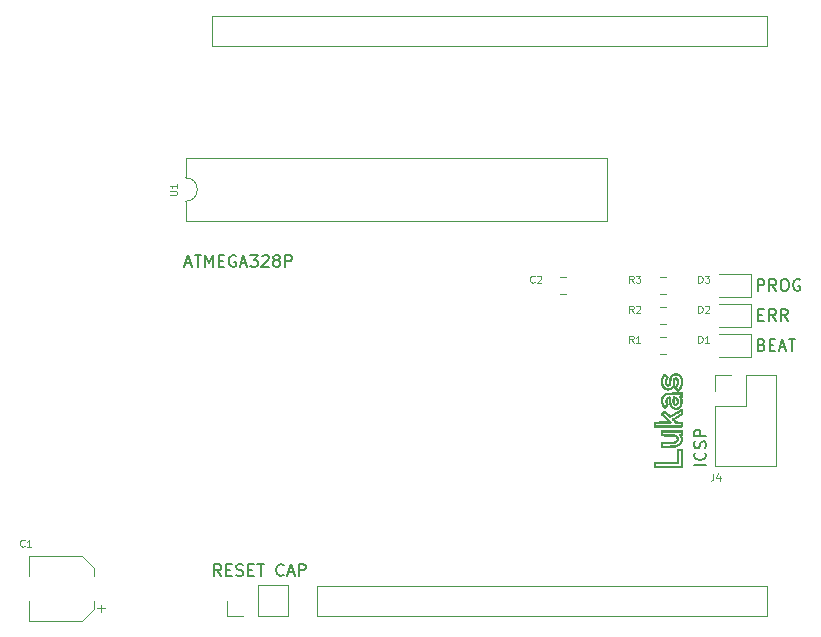
<source format=gbr>
%TF.GenerationSoftware,KiCad,Pcbnew,(5.1.9-0-10_14)*%
%TF.CreationDate,2021-02-13T17:17:21+01:00*%
%TF.ProjectId,Arduino Uno ISP Shield,41726475-696e-46f2-9055-6e6f20495350,rev?*%
%TF.SameCoordinates,Original*%
%TF.FileFunction,Legend,Top*%
%TF.FilePolarity,Positive*%
%FSLAX46Y46*%
G04 Gerber Fmt 4.6, Leading zero omitted, Abs format (unit mm)*
G04 Created by KiCad (PCBNEW (5.1.9-0-10_14)) date 2021-02-13 17:17:21*
%MOMM*%
%LPD*%
G01*
G04 APERTURE LIST*
%ADD10C,0.150000*%
%ADD11C,0.120000*%
%ADD12C,0.200000*%
%ADD13C,0.010000*%
%ADD14C,0.100000*%
G04 APERTURE END LIST*
D10*
X117166000Y-95924666D02*
X117642190Y-95924666D01*
X117070761Y-96210380D02*
X117404095Y-95210380D01*
X117737428Y-96210380D01*
X117927904Y-95210380D02*
X118499333Y-95210380D01*
X118213619Y-96210380D02*
X118213619Y-95210380D01*
X118832666Y-96210380D02*
X118832666Y-95210380D01*
X119166000Y-95924666D01*
X119499333Y-95210380D01*
X119499333Y-96210380D01*
X119975523Y-95686571D02*
X120308857Y-95686571D01*
X120451714Y-96210380D02*
X119975523Y-96210380D01*
X119975523Y-95210380D01*
X120451714Y-95210380D01*
X121404095Y-95258000D02*
X121308857Y-95210380D01*
X121166000Y-95210380D01*
X121023142Y-95258000D01*
X120927904Y-95353238D01*
X120880285Y-95448476D01*
X120832666Y-95638952D01*
X120832666Y-95781809D01*
X120880285Y-95972285D01*
X120927904Y-96067523D01*
X121023142Y-96162761D01*
X121166000Y-96210380D01*
X121261238Y-96210380D01*
X121404095Y-96162761D01*
X121451714Y-96115142D01*
X121451714Y-95781809D01*
X121261238Y-95781809D01*
X121832666Y-95924666D02*
X122308857Y-95924666D01*
X121737428Y-96210380D02*
X122070761Y-95210380D01*
X122404095Y-96210380D01*
X122642190Y-95210380D02*
X123261238Y-95210380D01*
X122927904Y-95591333D01*
X123070761Y-95591333D01*
X123166000Y-95638952D01*
X123213619Y-95686571D01*
X123261238Y-95781809D01*
X123261238Y-96019904D01*
X123213619Y-96115142D01*
X123166000Y-96162761D01*
X123070761Y-96210380D01*
X122785047Y-96210380D01*
X122689809Y-96162761D01*
X122642190Y-96115142D01*
X123642190Y-95305619D02*
X123689809Y-95258000D01*
X123785047Y-95210380D01*
X124023142Y-95210380D01*
X124118380Y-95258000D01*
X124166000Y-95305619D01*
X124213619Y-95400857D01*
X124213619Y-95496095D01*
X124166000Y-95638952D01*
X123594571Y-96210380D01*
X124213619Y-96210380D01*
X124785047Y-95638952D02*
X124689809Y-95591333D01*
X124642190Y-95543714D01*
X124594571Y-95448476D01*
X124594571Y-95400857D01*
X124642190Y-95305619D01*
X124689809Y-95258000D01*
X124785047Y-95210380D01*
X124975523Y-95210380D01*
X125070761Y-95258000D01*
X125118380Y-95305619D01*
X125166000Y-95400857D01*
X125166000Y-95448476D01*
X125118380Y-95543714D01*
X125070761Y-95591333D01*
X124975523Y-95638952D01*
X124785047Y-95638952D01*
X124689809Y-95686571D01*
X124642190Y-95734190D01*
X124594571Y-95829428D01*
X124594571Y-96019904D01*
X124642190Y-96115142D01*
X124689809Y-96162761D01*
X124785047Y-96210380D01*
X124975523Y-96210380D01*
X125070761Y-96162761D01*
X125118380Y-96115142D01*
X125166000Y-96019904D01*
X125166000Y-95829428D01*
X125118380Y-95734190D01*
X125070761Y-95686571D01*
X124975523Y-95638952D01*
X125594571Y-96210380D02*
X125594571Y-95210380D01*
X125975523Y-95210380D01*
X126070761Y-95258000D01*
X126118380Y-95305619D01*
X126166000Y-95400857D01*
X126166000Y-95543714D01*
X126118380Y-95638952D01*
X126070761Y-95686571D01*
X125975523Y-95734190D01*
X125594571Y-95734190D01*
X161234380Y-112982190D02*
X160234380Y-112982190D01*
X161139142Y-111934571D02*
X161186761Y-111982190D01*
X161234380Y-112125047D01*
X161234380Y-112220285D01*
X161186761Y-112363142D01*
X161091523Y-112458380D01*
X160996285Y-112506000D01*
X160805809Y-112553619D01*
X160662952Y-112553619D01*
X160472476Y-112506000D01*
X160377238Y-112458380D01*
X160282000Y-112363142D01*
X160234380Y-112220285D01*
X160234380Y-112125047D01*
X160282000Y-111982190D01*
X160329619Y-111934571D01*
X161186761Y-111553619D02*
X161234380Y-111410761D01*
X161234380Y-111172666D01*
X161186761Y-111077428D01*
X161139142Y-111029809D01*
X161043904Y-110982190D01*
X160948666Y-110982190D01*
X160853428Y-111029809D01*
X160805809Y-111077428D01*
X160758190Y-111172666D01*
X160710571Y-111363142D01*
X160662952Y-111458380D01*
X160615333Y-111506000D01*
X160520095Y-111553619D01*
X160424857Y-111553619D01*
X160329619Y-111506000D01*
X160282000Y-111458380D01*
X160234380Y-111363142D01*
X160234380Y-111125047D01*
X160282000Y-110982190D01*
X161234380Y-110553619D02*
X160234380Y-110553619D01*
X160234380Y-110172666D01*
X160282000Y-110077428D01*
X160329619Y-110029809D01*
X160424857Y-109982190D01*
X160567714Y-109982190D01*
X160662952Y-110029809D01*
X160710571Y-110077428D01*
X160758190Y-110172666D01*
X160758190Y-110553619D01*
D11*
X166370000Y-74930000D02*
X166370000Y-77470000D01*
D12*
X120182095Y-122372380D02*
X119848761Y-121896190D01*
X119610666Y-122372380D02*
X119610666Y-121372380D01*
X119991619Y-121372380D01*
X120086857Y-121420000D01*
X120134476Y-121467619D01*
X120182095Y-121562857D01*
X120182095Y-121705714D01*
X120134476Y-121800952D01*
X120086857Y-121848571D01*
X119991619Y-121896190D01*
X119610666Y-121896190D01*
X120610666Y-121848571D02*
X120944000Y-121848571D01*
X121086857Y-122372380D02*
X120610666Y-122372380D01*
X120610666Y-121372380D01*
X121086857Y-121372380D01*
X121467809Y-122324761D02*
X121610666Y-122372380D01*
X121848761Y-122372380D01*
X121944000Y-122324761D01*
X121991619Y-122277142D01*
X122039238Y-122181904D01*
X122039238Y-122086666D01*
X121991619Y-121991428D01*
X121944000Y-121943809D01*
X121848761Y-121896190D01*
X121658285Y-121848571D01*
X121563047Y-121800952D01*
X121515428Y-121753333D01*
X121467809Y-121658095D01*
X121467809Y-121562857D01*
X121515428Y-121467619D01*
X121563047Y-121420000D01*
X121658285Y-121372380D01*
X121896380Y-121372380D01*
X122039238Y-121420000D01*
X122467809Y-121848571D02*
X122801142Y-121848571D01*
X122944000Y-122372380D02*
X122467809Y-122372380D01*
X122467809Y-121372380D01*
X122944000Y-121372380D01*
X123229714Y-121372380D02*
X123801142Y-121372380D01*
X123515428Y-122372380D02*
X123515428Y-121372380D01*
X125467809Y-122277142D02*
X125420190Y-122324761D01*
X125277333Y-122372380D01*
X125182095Y-122372380D01*
X125039238Y-122324761D01*
X124944000Y-122229523D01*
X124896380Y-122134285D01*
X124848761Y-121943809D01*
X124848761Y-121800952D01*
X124896380Y-121610476D01*
X124944000Y-121515238D01*
X125039238Y-121420000D01*
X125182095Y-121372380D01*
X125277333Y-121372380D01*
X125420190Y-121420000D01*
X125467809Y-121467619D01*
X125848761Y-122086666D02*
X126324952Y-122086666D01*
X125753523Y-122372380D02*
X126086857Y-121372380D01*
X126420190Y-122372380D01*
X126753523Y-122372380D02*
X126753523Y-121372380D01*
X127134476Y-121372380D01*
X127229714Y-121420000D01*
X127277333Y-121467619D01*
X127324952Y-121562857D01*
X127324952Y-121705714D01*
X127277333Y-121800952D01*
X127229714Y-121848571D01*
X127134476Y-121896190D01*
X126753523Y-121896190D01*
X165600285Y-98242380D02*
X165600285Y-97242380D01*
X165981238Y-97242380D01*
X166076476Y-97290000D01*
X166124095Y-97337619D01*
X166171714Y-97432857D01*
X166171714Y-97575714D01*
X166124095Y-97670952D01*
X166076476Y-97718571D01*
X165981238Y-97766190D01*
X165600285Y-97766190D01*
X167171714Y-98242380D02*
X166838380Y-97766190D01*
X166600285Y-98242380D02*
X166600285Y-97242380D01*
X166981238Y-97242380D01*
X167076476Y-97290000D01*
X167124095Y-97337619D01*
X167171714Y-97432857D01*
X167171714Y-97575714D01*
X167124095Y-97670952D01*
X167076476Y-97718571D01*
X166981238Y-97766190D01*
X166600285Y-97766190D01*
X167790761Y-97242380D02*
X167981238Y-97242380D01*
X168076476Y-97290000D01*
X168171714Y-97385238D01*
X168219333Y-97575714D01*
X168219333Y-97909047D01*
X168171714Y-98099523D01*
X168076476Y-98194761D01*
X167981238Y-98242380D01*
X167790761Y-98242380D01*
X167695523Y-98194761D01*
X167600285Y-98099523D01*
X167552666Y-97909047D01*
X167552666Y-97575714D01*
X167600285Y-97385238D01*
X167695523Y-97290000D01*
X167790761Y-97242380D01*
X169171714Y-97290000D02*
X169076476Y-97242380D01*
X168933619Y-97242380D01*
X168790761Y-97290000D01*
X168695523Y-97385238D01*
X168647904Y-97480476D01*
X168600285Y-97670952D01*
X168600285Y-97813809D01*
X168647904Y-98004285D01*
X168695523Y-98099523D01*
X168790761Y-98194761D01*
X168933619Y-98242380D01*
X169028857Y-98242380D01*
X169171714Y-98194761D01*
X169219333Y-98147142D01*
X169219333Y-97813809D01*
X169028857Y-97813809D01*
X165663714Y-100258571D02*
X165997047Y-100258571D01*
X166139904Y-100782380D02*
X165663714Y-100782380D01*
X165663714Y-99782380D01*
X166139904Y-99782380D01*
X167139904Y-100782380D02*
X166806571Y-100306190D01*
X166568476Y-100782380D02*
X166568476Y-99782380D01*
X166949428Y-99782380D01*
X167044666Y-99830000D01*
X167092285Y-99877619D01*
X167139904Y-99972857D01*
X167139904Y-100115714D01*
X167092285Y-100210952D01*
X167044666Y-100258571D01*
X166949428Y-100306190D01*
X166568476Y-100306190D01*
X168139904Y-100782380D02*
X167806571Y-100306190D01*
X167568476Y-100782380D02*
X167568476Y-99782380D01*
X167949428Y-99782380D01*
X168044666Y-99830000D01*
X168092285Y-99877619D01*
X168139904Y-99972857D01*
X168139904Y-100115714D01*
X168092285Y-100210952D01*
X168044666Y-100258571D01*
X167949428Y-100306190D01*
X167568476Y-100306190D01*
X165941523Y-102798571D02*
X166084380Y-102846190D01*
X166132000Y-102893809D01*
X166179619Y-102989047D01*
X166179619Y-103131904D01*
X166132000Y-103227142D01*
X166084380Y-103274761D01*
X165989142Y-103322380D01*
X165608190Y-103322380D01*
X165608190Y-102322380D01*
X165941523Y-102322380D01*
X166036761Y-102370000D01*
X166084380Y-102417619D01*
X166132000Y-102512857D01*
X166132000Y-102608095D01*
X166084380Y-102703333D01*
X166036761Y-102750952D01*
X165941523Y-102798571D01*
X165608190Y-102798571D01*
X166608190Y-102798571D02*
X166941523Y-102798571D01*
X167084380Y-103322380D02*
X166608190Y-103322380D01*
X166608190Y-102322380D01*
X167084380Y-102322380D01*
X167465333Y-103036666D02*
X167941523Y-103036666D01*
X167370095Y-103322380D02*
X167703428Y-102322380D01*
X168036761Y-103322380D01*
X168227238Y-102322380D02*
X168798666Y-102322380D01*
X168512952Y-103322380D02*
X168512952Y-102322380D01*
D11*
X140716000Y-77470000D02*
X166370000Y-77470000D01*
X138176000Y-77470000D02*
X140716000Y-77470000D01*
X130302000Y-77470000D02*
X138176000Y-77470000D01*
X119380000Y-77470000D02*
X130302000Y-77470000D01*
X128270000Y-123190000D02*
X128270000Y-125730000D01*
X128270000Y-123190000D02*
X166370000Y-123190000D01*
X144780000Y-74930000D02*
X146050000Y-74930000D01*
X148590000Y-125730000D02*
X151130000Y-125730000D01*
X148590000Y-125730000D02*
X128270000Y-125730000D01*
X166370000Y-125730000D02*
X166370000Y-123190000D01*
X151130000Y-125730000D02*
X166370000Y-125730000D01*
X119380000Y-74930000D02*
X119380000Y-77470000D01*
X144780000Y-74930000D02*
X119380000Y-74930000D01*
X166370000Y-74930000D02*
X146050000Y-74930000D01*
%TO.C,R3*%
X157348422Y-97080000D02*
X157865578Y-97080000D01*
X157348422Y-98500000D02*
X157865578Y-98500000D01*
%TO.C,R2*%
X157348422Y-99620000D02*
X157865578Y-99620000D01*
X157348422Y-101040000D02*
X157865578Y-101040000D01*
%TO.C,R1*%
X157348422Y-102160000D02*
X157865578Y-102160000D01*
X157348422Y-103580000D02*
X157865578Y-103580000D01*
%TO.C,D3*%
X162322000Y-98750000D02*
X165007000Y-98750000D01*
X165007000Y-98750000D02*
X165007000Y-96830000D01*
X165007000Y-96830000D02*
X162322000Y-96830000D01*
%TO.C,D2*%
X162322000Y-101290000D02*
X165007000Y-101290000D01*
X165007000Y-101290000D02*
X165007000Y-99370000D01*
X165007000Y-99370000D02*
X162322000Y-99370000D01*
%TO.C,D1*%
X162322000Y-103830000D02*
X165007000Y-103830000D01*
X165007000Y-103830000D02*
X165007000Y-101910000D01*
X165007000Y-101910000D02*
X162322000Y-101910000D01*
%TO.C,U1*%
X117161000Y-88662000D02*
G75*
G02*
X117161000Y-90662000I0J-1000000D01*
G01*
X117161000Y-90662000D02*
X117161000Y-92312000D01*
X117161000Y-92312000D02*
X152841000Y-92312000D01*
X152841000Y-92312000D02*
X152841000Y-87012000D01*
X152841000Y-87012000D02*
X117161000Y-87012000D01*
X117161000Y-87012000D02*
X117161000Y-88662000D01*
%TO.C,C2*%
X148839422Y-97080000D02*
X149356578Y-97080000D01*
X148839422Y-98500000D02*
X149356578Y-98500000D01*
%TO.C,J4*%
X161992000Y-113090000D02*
X167192000Y-113090000D01*
X161992000Y-107950000D02*
X161992000Y-113090000D01*
X167192000Y-105350000D02*
X167192000Y-113090000D01*
X161992000Y-107950000D02*
X164592000Y-107950000D01*
X164592000Y-107950000D02*
X164592000Y-105350000D01*
X164592000Y-105350000D02*
X167192000Y-105350000D01*
X161992000Y-106680000D02*
X161992000Y-105350000D01*
X161992000Y-105350000D02*
X163322000Y-105350000D01*
%TO.C,J3*%
X125866200Y-125790000D02*
X125866200Y-123130000D01*
X123266200Y-125790000D02*
X125866200Y-125790000D01*
X123266200Y-123130000D02*
X125866200Y-123130000D01*
X123266200Y-125790000D02*
X123266200Y-123130000D01*
X121996200Y-125790000D02*
X120666200Y-125790000D01*
X120666200Y-125790000D02*
X120666200Y-124460000D01*
%TO.C,C1*%
X103920000Y-120684000D02*
X103920000Y-122384000D01*
X103920000Y-126204000D02*
X103920000Y-124504000D01*
X108375563Y-126204000D02*
X103920000Y-126204000D01*
X108375563Y-120684000D02*
X103920000Y-120684000D01*
X109440000Y-121748437D02*
X109440000Y-122384000D01*
X109440000Y-125139563D02*
X109440000Y-124504000D01*
X109440000Y-125139563D02*
X108375563Y-126204000D01*
X109440000Y-121748437D02*
X108375563Y-120684000D01*
X110305000Y-125129000D02*
X109680000Y-125129000D01*
X109992500Y-125441500D02*
X109992500Y-124816500D01*
D13*
%TO.C,G\u002A\u002A\u002A*%
G36*
X158373902Y-107499744D02*
G01*
X158379494Y-107434248D01*
X158388405Y-107359957D01*
X158399087Y-107285700D01*
X158405406Y-107249106D01*
X158411974Y-107222292D01*
X158419447Y-107203755D01*
X158428483Y-107191992D01*
X158439737Y-107185501D01*
X158443352Y-107184429D01*
X158463689Y-107182794D01*
X158491827Y-107185302D01*
X158525343Y-107191308D01*
X158561816Y-107200165D01*
X158598824Y-107211229D01*
X158633944Y-107223853D01*
X158664756Y-107237391D01*
X158685600Y-107249038D01*
X158727910Y-107282123D01*
X158766719Y-107323477D01*
X158800293Y-107370562D01*
X158826897Y-107420840D01*
X158844797Y-107471773D01*
X158848280Y-107487156D01*
X158852338Y-107513242D01*
X158855804Y-107545278D01*
X158858472Y-107579915D01*
X158860136Y-107613802D01*
X158860589Y-107643588D01*
X158859624Y-107665924D01*
X158859423Y-107667778D01*
X158847610Y-107722716D01*
X158825994Y-107772258D01*
X158794972Y-107815841D01*
X158754945Y-107852904D01*
X158707356Y-107882362D01*
X158687851Y-107891716D01*
X158672192Y-107897519D01*
X158656415Y-107900611D01*
X158636558Y-107901830D01*
X158614533Y-107902022D01*
X158604314Y-107901877D01*
X158604314Y-107793494D01*
X158635988Y-107791383D01*
X158665807Y-107779411D01*
X158696893Y-107757053D01*
X158720545Y-107730520D01*
X158737089Y-107698788D01*
X158746851Y-107660832D01*
X158750160Y-107615629D01*
X158747340Y-107562153D01*
X158744026Y-107534131D01*
X158738346Y-107504789D01*
X158729821Y-107475148D01*
X158722353Y-107455999D01*
X158707229Y-107429712D01*
X158686105Y-107401395D01*
X158661791Y-107374230D01*
X158637095Y-107351395D01*
X158617919Y-107337776D01*
X158603748Y-107330828D01*
X158584546Y-107323022D01*
X158563082Y-107315275D01*
X158542127Y-107308504D01*
X158524450Y-107303625D01*
X158512821Y-107301555D01*
X158509918Y-107302023D01*
X158507390Y-107309502D01*
X158504279Y-107326312D01*
X158500789Y-107350525D01*
X158497122Y-107380210D01*
X158493481Y-107413438D01*
X158490068Y-107448279D01*
X158487086Y-107482803D01*
X158484738Y-107515081D01*
X158483227Y-107543183D01*
X158482763Y-107560534D01*
X158483926Y-107610900D01*
X158488766Y-107652882D01*
X158497838Y-107688942D01*
X158511696Y-107721544D01*
X158523696Y-107742304D01*
X158546201Y-107768441D01*
X158573729Y-107785676D01*
X158604314Y-107793494D01*
X158604314Y-107901877D01*
X158587788Y-107901640D01*
X158568334Y-107899982D01*
X158552188Y-107896280D01*
X158535365Y-107889768D01*
X158524206Y-107884627D01*
X158483709Y-107860079D01*
X158449695Y-107827509D01*
X158421151Y-107785862D01*
X158411619Y-107767626D01*
X158396710Y-107732549D01*
X158385287Y-107695063D01*
X158377323Y-107654104D01*
X158372789Y-107608608D01*
X158371658Y-107557509D01*
X158373902Y-107499744D01*
G37*
X158373902Y-107499744D02*
X158379494Y-107434248D01*
X158388405Y-107359957D01*
X158399087Y-107285700D01*
X158405406Y-107249106D01*
X158411974Y-107222292D01*
X158419447Y-107203755D01*
X158428483Y-107191992D01*
X158439737Y-107185501D01*
X158443352Y-107184429D01*
X158463689Y-107182794D01*
X158491827Y-107185302D01*
X158525343Y-107191308D01*
X158561816Y-107200165D01*
X158598824Y-107211229D01*
X158633944Y-107223853D01*
X158664756Y-107237391D01*
X158685600Y-107249038D01*
X158727910Y-107282123D01*
X158766719Y-107323477D01*
X158800293Y-107370562D01*
X158826897Y-107420840D01*
X158844797Y-107471773D01*
X158848280Y-107487156D01*
X158852338Y-107513242D01*
X158855804Y-107545278D01*
X158858472Y-107579915D01*
X158860136Y-107613802D01*
X158860589Y-107643588D01*
X158859624Y-107665924D01*
X158859423Y-107667778D01*
X158847610Y-107722716D01*
X158825994Y-107772258D01*
X158794972Y-107815841D01*
X158754945Y-107852904D01*
X158707356Y-107882362D01*
X158687851Y-107891716D01*
X158672192Y-107897519D01*
X158656415Y-107900611D01*
X158636558Y-107901830D01*
X158614533Y-107902022D01*
X158604314Y-107901877D01*
X158604314Y-107793494D01*
X158635988Y-107791383D01*
X158665807Y-107779411D01*
X158696893Y-107757053D01*
X158720545Y-107730520D01*
X158737089Y-107698788D01*
X158746851Y-107660832D01*
X158750160Y-107615629D01*
X158747340Y-107562153D01*
X158744026Y-107534131D01*
X158738346Y-107504789D01*
X158729821Y-107475148D01*
X158722353Y-107455999D01*
X158707229Y-107429712D01*
X158686105Y-107401395D01*
X158661791Y-107374230D01*
X158637095Y-107351395D01*
X158617919Y-107337776D01*
X158603748Y-107330828D01*
X158584546Y-107323022D01*
X158563082Y-107315275D01*
X158542127Y-107308504D01*
X158524450Y-107303625D01*
X158512821Y-107301555D01*
X158509918Y-107302023D01*
X158507390Y-107309502D01*
X158504279Y-107326312D01*
X158500789Y-107350525D01*
X158497122Y-107380210D01*
X158493481Y-107413438D01*
X158490068Y-107448279D01*
X158487086Y-107482803D01*
X158484738Y-107515081D01*
X158483227Y-107543183D01*
X158482763Y-107560534D01*
X158483926Y-107610900D01*
X158488766Y-107652882D01*
X158497838Y-107688942D01*
X158511696Y-107721544D01*
X158523696Y-107742304D01*
X158546201Y-107768441D01*
X158573729Y-107785676D01*
X158604314Y-107793494D01*
X158604314Y-107901877D01*
X158587788Y-107901640D01*
X158568334Y-107899982D01*
X158552188Y-107896280D01*
X158535365Y-107889768D01*
X158524206Y-107884627D01*
X158483709Y-107860079D01*
X158449695Y-107827509D01*
X158421151Y-107785862D01*
X158411619Y-107767626D01*
X158396710Y-107732549D01*
X158385287Y-107695063D01*
X158377323Y-107654104D01*
X158372789Y-107608608D01*
X158371658Y-107557509D01*
X158373902Y-107499744D01*
G36*
X157419691Y-107410161D02*
G01*
X157433113Y-107334352D01*
X157435496Y-107324846D01*
X157460635Y-107248141D01*
X157494819Y-107175048D01*
X157537055Y-107107103D01*
X157586346Y-107045843D01*
X157641696Y-106992803D01*
X157660193Y-106978071D01*
X157693255Y-106955739D01*
X157733150Y-106933118D01*
X157776290Y-106911929D01*
X157819088Y-106893892D01*
X157857955Y-106880728D01*
X157869467Y-106877708D01*
X157885210Y-106874310D01*
X157903138Y-106871163D01*
X157923820Y-106868242D01*
X157947821Y-106865525D01*
X157975709Y-106862987D01*
X158008053Y-106860604D01*
X158045419Y-106858355D01*
X158088374Y-106856213D01*
X158137487Y-106854157D01*
X158193325Y-106852161D01*
X158256454Y-106850203D01*
X158327443Y-106848259D01*
X158406859Y-106846305D01*
X158495270Y-106844317D01*
X158593242Y-106842272D01*
X158701344Y-106840147D01*
X158820142Y-106837916D01*
X158825409Y-106837819D01*
X158896081Y-106836507D01*
X158956323Y-106835426D01*
X159006996Y-106834655D01*
X159048956Y-106834274D01*
X159083064Y-106834363D01*
X159110179Y-106834999D01*
X159131158Y-106836263D01*
X159146860Y-106838234D01*
X159158145Y-106840992D01*
X159165872Y-106844615D01*
X159170898Y-106849183D01*
X159174083Y-106854776D01*
X159176286Y-106861472D01*
X159178366Y-106869351D01*
X159178666Y-106870447D01*
X159182154Y-106884670D01*
X159183479Y-106893567D01*
X159183358Y-106894489D01*
X159182936Y-106900655D01*
X159182353Y-106916624D01*
X159181647Y-106940914D01*
X159180860Y-106972039D01*
X159180030Y-107008517D01*
X159179198Y-107048864D01*
X159179156Y-107050976D01*
X159178233Y-107096655D01*
X159177375Y-107132401D01*
X159176457Y-107159567D01*
X159175352Y-107179505D01*
X159173934Y-107193571D01*
X159172077Y-107203116D01*
X159169654Y-107209495D01*
X159166540Y-107214061D01*
X159163675Y-107217111D01*
X159151487Y-107225472D01*
X159133697Y-107230279D01*
X159117718Y-107232003D01*
X159084242Y-107234424D01*
X159102833Y-107275219D01*
X159133242Y-107352893D01*
X159155829Y-107434274D01*
X159170637Y-107517929D01*
X159177711Y-107602424D01*
X159177094Y-107686328D01*
X159168830Y-107768207D01*
X159152963Y-107846627D01*
X159129536Y-107920157D01*
X159098595Y-107987363D01*
X159080078Y-108018521D01*
X159045804Y-108065063D01*
X159005824Y-108108530D01*
X158962490Y-108146767D01*
X158918152Y-108177619D01*
X158890278Y-108192520D01*
X158830542Y-108214709D01*
X158764731Y-108229177D01*
X158698683Y-108235600D01*
X158698683Y-108123757D01*
X158751728Y-108119337D01*
X158798084Y-108109215D01*
X158839592Y-108092774D01*
X158878091Y-108069398D01*
X158915422Y-108038469D01*
X158929206Y-108025088D01*
X158962606Y-107989270D01*
X158988408Y-107955875D01*
X159008736Y-107921587D01*
X159025713Y-107883091D01*
X159032904Y-107863286D01*
X159047548Y-107810313D01*
X159058128Y-107749806D01*
X159064433Y-107684841D01*
X159066253Y-107618494D01*
X159063380Y-107553842D01*
X159057378Y-107504280D01*
X159046323Y-107451237D01*
X159030645Y-107397465D01*
X159011338Y-107345381D01*
X158989395Y-107297405D01*
X158965811Y-107255957D01*
X158942394Y-107224377D01*
X158928024Y-107201278D01*
X158924313Y-107177834D01*
X158931279Y-107155530D01*
X158941477Y-107142411D01*
X158949778Y-107134694D01*
X158957807Y-107129857D01*
X158968396Y-107127228D01*
X158984372Y-107126136D01*
X159008567Y-107125912D01*
X159011092Y-107125911D01*
X159034557Y-107125535D01*
X159053585Y-107124525D01*
X159065475Y-107123059D01*
X159067970Y-107122148D01*
X159069267Y-107115478D01*
X159070370Y-107099552D01*
X159071197Y-107076405D01*
X159071662Y-107048070D01*
X159071733Y-107031089D01*
X159071733Y-106943792D01*
X158867122Y-106947524D01*
X158739566Y-106949917D01*
X158622875Y-106952252D01*
X158516627Y-106954545D01*
X158420399Y-106956810D01*
X158333767Y-106959063D01*
X158256309Y-106961320D01*
X158187602Y-106963596D01*
X158127222Y-106965907D01*
X158074747Y-106968267D01*
X158029753Y-106970694D01*
X157991818Y-106973201D01*
X157960518Y-106975805D01*
X157935431Y-106978521D01*
X157916134Y-106981365D01*
X157909825Y-106982565D01*
X157844492Y-107001705D01*
X157782707Y-107030932D01*
X157725433Y-107069347D01*
X157673632Y-107116049D01*
X157628266Y-107170138D01*
X157590300Y-107230712D01*
X157560696Y-107296870D01*
X157554434Y-107315037D01*
X157539466Y-107368279D01*
X157530210Y-107419618D01*
X157526150Y-107473155D01*
X157526771Y-107532992D01*
X157526838Y-107534509D01*
X157534696Y-107626088D01*
X157549944Y-107710331D01*
X157572933Y-107788724D01*
X157603893Y-107862511D01*
X157622384Y-107897349D01*
X157643467Y-107931911D01*
X157665301Y-107963493D01*
X157686046Y-107989391D01*
X157699883Y-108003548D01*
X157709332Y-108010777D01*
X157715167Y-108010286D01*
X157718987Y-108006042D01*
X157724732Y-107998958D01*
X157736436Y-107984938D01*
X157752718Y-107965623D01*
X157772196Y-107942653D01*
X157786708Y-107925612D01*
X157847883Y-107853902D01*
X157830906Y-107813051D01*
X157807137Y-107743423D01*
X157790581Y-107666071D01*
X157784498Y-107620092D01*
X157781174Y-107546182D01*
X157787509Y-107477885D01*
X157803462Y-107415306D01*
X157828995Y-107358555D01*
X157864068Y-107307738D01*
X157908642Y-107262962D01*
X157917737Y-107255501D01*
X157956811Y-107228189D01*
X157997492Y-107208033D01*
X158043598Y-107193300D01*
X158066264Y-107188156D01*
X158097401Y-107182579D01*
X158120214Y-107180797D01*
X158137092Y-107183044D01*
X158150425Y-107189558D01*
X158159510Y-107197361D01*
X158166099Y-107205211D01*
X158170541Y-107214773D01*
X158173514Y-107228730D01*
X158175698Y-107249766D01*
X158176844Y-107265874D01*
X158184084Y-107369272D01*
X158191583Y-107462074D01*
X158199436Y-107544973D01*
X158207740Y-107618659D01*
X158216591Y-107683825D01*
X158226085Y-107741162D01*
X158236319Y-107791364D01*
X158247388Y-107835120D01*
X158259389Y-107873124D01*
X158262460Y-107881575D01*
X158286613Y-107931064D01*
X158320421Y-107977732D01*
X158362312Y-108019920D01*
X158410712Y-108055970D01*
X158447436Y-108076574D01*
X158485308Y-108093922D01*
X158519408Y-108106329D01*
X158553471Y-108114711D01*
X158591232Y-108119983D01*
X158636426Y-108123063D01*
X158637111Y-108123094D01*
X158698683Y-108123757D01*
X158698683Y-108235600D01*
X158694972Y-108235961D01*
X158623392Y-108235097D01*
X158552117Y-108226621D01*
X158483276Y-108210568D01*
X158418994Y-108186975D01*
X158413449Y-108184457D01*
X158349860Y-108149537D01*
X158292378Y-108106780D01*
X158242124Y-108057330D01*
X158200221Y-108002336D01*
X158167793Y-107942945D01*
X158160839Y-107926385D01*
X158145407Y-107880597D01*
X158130888Y-107824179D01*
X158117389Y-107757761D01*
X158105019Y-107681974D01*
X158093884Y-107597448D01*
X158084090Y-107504812D01*
X158078672Y-107442746D01*
X158075491Y-107404552D01*
X158072442Y-107370211D01*
X158069680Y-107341287D01*
X158067359Y-107319345D01*
X158065633Y-107305950D01*
X158064836Y-107302466D01*
X158057160Y-107302124D01*
X158043049Y-107307575D01*
X158024792Y-107317445D01*
X158004678Y-107330364D01*
X157984998Y-107344960D01*
X157968039Y-107359861D01*
X157966524Y-107361372D01*
X157936374Y-107397140D01*
X157914529Y-107435722D01*
X157900463Y-107478759D01*
X157893649Y-107527889D01*
X157893559Y-107584751D01*
X157893719Y-107587791D01*
X157900106Y-107647615D01*
X157912161Y-107705642D01*
X157929096Y-107758798D01*
X157948323Y-107800784D01*
X157958068Y-107818589D01*
X157965316Y-107833415D01*
X157969553Y-107846539D01*
X157970265Y-107859235D01*
X157966937Y-107872779D01*
X157959057Y-107888446D01*
X157946110Y-107907511D01*
X157927583Y-107931250D01*
X157902960Y-107960938D01*
X157871730Y-107997850D01*
X157866358Y-108004190D01*
X157838899Y-108036474D01*
X157813314Y-108066307D01*
X157790648Y-108092490D01*
X157771945Y-108113824D01*
X157758252Y-108129108D01*
X157750612Y-108137145D01*
X157750021Y-108137678D01*
X157733173Y-108145509D01*
X157711514Y-108146985D01*
X157689651Y-108141977D01*
X157684331Y-108139507D01*
X157672671Y-108131093D01*
X157655793Y-108116061D01*
X157635718Y-108096459D01*
X157614467Y-108074333D01*
X157594061Y-108051727D01*
X157576519Y-108030689D01*
X157575213Y-108029022D01*
X157533592Y-107967486D01*
X157497584Y-107897782D01*
X157467552Y-107821732D01*
X157443858Y-107741162D01*
X157426862Y-107657896D01*
X157416928Y-107573757D01*
X157414417Y-107490571D01*
X157419691Y-107410161D01*
G37*
X157419691Y-107410161D02*
X157433113Y-107334352D01*
X157435496Y-107324846D01*
X157460635Y-107248141D01*
X157494819Y-107175048D01*
X157537055Y-107107103D01*
X157586346Y-107045843D01*
X157641696Y-106992803D01*
X157660193Y-106978071D01*
X157693255Y-106955739D01*
X157733150Y-106933118D01*
X157776290Y-106911929D01*
X157819088Y-106893892D01*
X157857955Y-106880728D01*
X157869467Y-106877708D01*
X157885210Y-106874310D01*
X157903138Y-106871163D01*
X157923820Y-106868242D01*
X157947821Y-106865525D01*
X157975709Y-106862987D01*
X158008053Y-106860604D01*
X158045419Y-106858355D01*
X158088374Y-106856213D01*
X158137487Y-106854157D01*
X158193325Y-106852161D01*
X158256454Y-106850203D01*
X158327443Y-106848259D01*
X158406859Y-106846305D01*
X158495270Y-106844317D01*
X158593242Y-106842272D01*
X158701344Y-106840147D01*
X158820142Y-106837916D01*
X158825409Y-106837819D01*
X158896081Y-106836507D01*
X158956323Y-106835426D01*
X159006996Y-106834655D01*
X159048956Y-106834274D01*
X159083064Y-106834363D01*
X159110179Y-106834999D01*
X159131158Y-106836263D01*
X159146860Y-106838234D01*
X159158145Y-106840992D01*
X159165872Y-106844615D01*
X159170898Y-106849183D01*
X159174083Y-106854776D01*
X159176286Y-106861472D01*
X159178366Y-106869351D01*
X159178666Y-106870447D01*
X159182154Y-106884670D01*
X159183479Y-106893567D01*
X159183358Y-106894489D01*
X159182936Y-106900655D01*
X159182353Y-106916624D01*
X159181647Y-106940914D01*
X159180860Y-106972039D01*
X159180030Y-107008517D01*
X159179198Y-107048864D01*
X159179156Y-107050976D01*
X159178233Y-107096655D01*
X159177375Y-107132401D01*
X159176457Y-107159567D01*
X159175352Y-107179505D01*
X159173934Y-107193571D01*
X159172077Y-107203116D01*
X159169654Y-107209495D01*
X159166540Y-107214061D01*
X159163675Y-107217111D01*
X159151487Y-107225472D01*
X159133697Y-107230279D01*
X159117718Y-107232003D01*
X159084242Y-107234424D01*
X159102833Y-107275219D01*
X159133242Y-107352893D01*
X159155829Y-107434274D01*
X159170637Y-107517929D01*
X159177711Y-107602424D01*
X159177094Y-107686328D01*
X159168830Y-107768207D01*
X159152963Y-107846627D01*
X159129536Y-107920157D01*
X159098595Y-107987363D01*
X159080078Y-108018521D01*
X159045804Y-108065063D01*
X159005824Y-108108530D01*
X158962490Y-108146767D01*
X158918152Y-108177619D01*
X158890278Y-108192520D01*
X158830542Y-108214709D01*
X158764731Y-108229177D01*
X158698683Y-108235600D01*
X158698683Y-108123757D01*
X158751728Y-108119337D01*
X158798084Y-108109215D01*
X158839592Y-108092774D01*
X158878091Y-108069398D01*
X158915422Y-108038469D01*
X158929206Y-108025088D01*
X158962606Y-107989270D01*
X158988408Y-107955875D01*
X159008736Y-107921587D01*
X159025713Y-107883091D01*
X159032904Y-107863286D01*
X159047548Y-107810313D01*
X159058128Y-107749806D01*
X159064433Y-107684841D01*
X159066253Y-107618494D01*
X159063380Y-107553842D01*
X159057378Y-107504280D01*
X159046323Y-107451237D01*
X159030645Y-107397465D01*
X159011338Y-107345381D01*
X158989395Y-107297405D01*
X158965811Y-107255957D01*
X158942394Y-107224377D01*
X158928024Y-107201278D01*
X158924313Y-107177834D01*
X158931279Y-107155530D01*
X158941477Y-107142411D01*
X158949778Y-107134694D01*
X158957807Y-107129857D01*
X158968396Y-107127228D01*
X158984372Y-107126136D01*
X159008567Y-107125912D01*
X159011092Y-107125911D01*
X159034557Y-107125535D01*
X159053585Y-107124525D01*
X159065475Y-107123059D01*
X159067970Y-107122148D01*
X159069267Y-107115478D01*
X159070370Y-107099552D01*
X159071197Y-107076405D01*
X159071662Y-107048070D01*
X159071733Y-107031089D01*
X159071733Y-106943792D01*
X158867122Y-106947524D01*
X158739566Y-106949917D01*
X158622875Y-106952252D01*
X158516627Y-106954545D01*
X158420399Y-106956810D01*
X158333767Y-106959063D01*
X158256309Y-106961320D01*
X158187602Y-106963596D01*
X158127222Y-106965907D01*
X158074747Y-106968267D01*
X158029753Y-106970694D01*
X157991818Y-106973201D01*
X157960518Y-106975805D01*
X157935431Y-106978521D01*
X157916134Y-106981365D01*
X157909825Y-106982565D01*
X157844492Y-107001705D01*
X157782707Y-107030932D01*
X157725433Y-107069347D01*
X157673632Y-107116049D01*
X157628266Y-107170138D01*
X157590300Y-107230712D01*
X157560696Y-107296870D01*
X157554434Y-107315037D01*
X157539466Y-107368279D01*
X157530210Y-107419618D01*
X157526150Y-107473155D01*
X157526771Y-107532992D01*
X157526838Y-107534509D01*
X157534696Y-107626088D01*
X157549944Y-107710331D01*
X157572933Y-107788724D01*
X157603893Y-107862511D01*
X157622384Y-107897349D01*
X157643467Y-107931911D01*
X157665301Y-107963493D01*
X157686046Y-107989391D01*
X157699883Y-108003548D01*
X157709332Y-108010777D01*
X157715167Y-108010286D01*
X157718987Y-108006042D01*
X157724732Y-107998958D01*
X157736436Y-107984938D01*
X157752718Y-107965623D01*
X157772196Y-107942653D01*
X157786708Y-107925612D01*
X157847883Y-107853902D01*
X157830906Y-107813051D01*
X157807137Y-107743423D01*
X157790581Y-107666071D01*
X157784498Y-107620092D01*
X157781174Y-107546182D01*
X157787509Y-107477885D01*
X157803462Y-107415306D01*
X157828995Y-107358555D01*
X157864068Y-107307738D01*
X157908642Y-107262962D01*
X157917737Y-107255501D01*
X157956811Y-107228189D01*
X157997492Y-107208033D01*
X158043598Y-107193300D01*
X158066264Y-107188156D01*
X158097401Y-107182579D01*
X158120214Y-107180797D01*
X158137092Y-107183044D01*
X158150425Y-107189558D01*
X158159510Y-107197361D01*
X158166099Y-107205211D01*
X158170541Y-107214773D01*
X158173514Y-107228730D01*
X158175698Y-107249766D01*
X158176844Y-107265874D01*
X158184084Y-107369272D01*
X158191583Y-107462074D01*
X158199436Y-107544973D01*
X158207740Y-107618659D01*
X158216591Y-107683825D01*
X158226085Y-107741162D01*
X158236319Y-107791364D01*
X158247388Y-107835120D01*
X158259389Y-107873124D01*
X158262460Y-107881575D01*
X158286613Y-107931064D01*
X158320421Y-107977732D01*
X158362312Y-108019920D01*
X158410712Y-108055970D01*
X158447436Y-108076574D01*
X158485308Y-108093922D01*
X158519408Y-108106329D01*
X158553471Y-108114711D01*
X158591232Y-108119983D01*
X158636426Y-108123063D01*
X158637111Y-108123094D01*
X158698683Y-108123757D01*
X158698683Y-108235600D01*
X158694972Y-108235961D01*
X158623392Y-108235097D01*
X158552117Y-108226621D01*
X158483276Y-108210568D01*
X158418994Y-108186975D01*
X158413449Y-108184457D01*
X158349860Y-108149537D01*
X158292378Y-108106780D01*
X158242124Y-108057330D01*
X158200221Y-108002336D01*
X158167793Y-107942945D01*
X158160839Y-107926385D01*
X158145407Y-107880597D01*
X158130888Y-107824179D01*
X158117389Y-107757761D01*
X158105019Y-107681974D01*
X158093884Y-107597448D01*
X158084090Y-107504812D01*
X158078672Y-107442746D01*
X158075491Y-107404552D01*
X158072442Y-107370211D01*
X158069680Y-107341287D01*
X158067359Y-107319345D01*
X158065633Y-107305950D01*
X158064836Y-107302466D01*
X158057160Y-107302124D01*
X158043049Y-107307575D01*
X158024792Y-107317445D01*
X158004678Y-107330364D01*
X157984998Y-107344960D01*
X157968039Y-107359861D01*
X157966524Y-107361372D01*
X157936374Y-107397140D01*
X157914529Y-107435722D01*
X157900463Y-107478759D01*
X157893649Y-107527889D01*
X157893559Y-107584751D01*
X157893719Y-107587791D01*
X157900106Y-107647615D01*
X157912161Y-107705642D01*
X157929096Y-107758798D01*
X157948323Y-107800784D01*
X157958068Y-107818589D01*
X157965316Y-107833415D01*
X157969553Y-107846539D01*
X157970265Y-107859235D01*
X157966937Y-107872779D01*
X157959057Y-107888446D01*
X157946110Y-107907511D01*
X157927583Y-107931250D01*
X157902960Y-107960938D01*
X157871730Y-107997850D01*
X157866358Y-108004190D01*
X157838899Y-108036474D01*
X157813314Y-108066307D01*
X157790648Y-108092490D01*
X157771945Y-108113824D01*
X157758252Y-108129108D01*
X157750612Y-108137145D01*
X157750021Y-108137678D01*
X157733173Y-108145509D01*
X157711514Y-108146985D01*
X157689651Y-108141977D01*
X157684331Y-108139507D01*
X157672671Y-108131093D01*
X157655793Y-108116061D01*
X157635718Y-108096459D01*
X157614467Y-108074333D01*
X157594061Y-108051727D01*
X157576519Y-108030689D01*
X157575213Y-108029022D01*
X157533592Y-107967486D01*
X157497584Y-107897782D01*
X157467552Y-107821732D01*
X157443858Y-107741162D01*
X157426862Y-107657896D01*
X157416928Y-107573757D01*
X157414417Y-107490571D01*
X157419691Y-107410161D01*
G36*
X156803551Y-109408195D02*
G01*
X156803867Y-109378113D01*
X156804366Y-109355681D01*
X156805037Y-109342383D01*
X156805393Y-109339770D01*
X156812217Y-109328326D01*
X156824726Y-109317140D01*
X156826807Y-109315802D01*
X156831177Y-109313381D01*
X156836319Y-109311336D01*
X156843175Y-109309632D01*
X156852684Y-109308234D01*
X156865787Y-109307108D01*
X156883427Y-109306218D01*
X156906543Y-109305531D01*
X156936076Y-109305012D01*
X156972968Y-109304624D01*
X157018160Y-109304335D01*
X157072591Y-109304109D01*
X157137203Y-109303912D01*
X157149800Y-109303877D01*
X157221013Y-109303623D01*
X157299915Y-109303237D01*
X157383621Y-109302740D01*
X157469241Y-109302152D01*
X157553891Y-109301494D01*
X157634681Y-109300787D01*
X157708726Y-109300050D01*
X157747028Y-109299623D01*
X158039455Y-109296200D01*
X157734450Y-109005565D01*
X157685050Y-108958369D01*
X157637962Y-108913143D01*
X157593841Y-108870531D01*
X157553341Y-108831175D01*
X157517117Y-108795720D01*
X157485823Y-108764808D01*
X157460113Y-108739082D01*
X157440643Y-108719186D01*
X157428065Y-108705763D01*
X157423038Y-108699463D01*
X157419892Y-108691287D01*
X157418148Y-108683704D01*
X157418447Y-108675808D01*
X157421428Y-108666696D01*
X157427731Y-108655463D01*
X157437996Y-108641205D01*
X157452863Y-108623016D01*
X157472972Y-108599993D01*
X157498963Y-108571232D01*
X157531476Y-108535826D01*
X157562846Y-108501859D01*
X157594656Y-108467731D01*
X157620163Y-108441242D01*
X157640495Y-108421536D01*
X157656781Y-108407756D01*
X157670149Y-108399042D01*
X157681728Y-108394540D01*
X157692647Y-108393390D01*
X157703902Y-108394711D01*
X157707971Y-108396622D01*
X157715505Y-108401651D01*
X157726947Y-108410164D01*
X157742742Y-108422530D01*
X157763335Y-108439115D01*
X157789169Y-108460287D01*
X157820689Y-108486413D01*
X157858340Y-108517862D01*
X157902565Y-108554999D01*
X157953809Y-108598193D01*
X158012516Y-108647811D01*
X158079131Y-108704220D01*
X158115614Y-108735147D01*
X158161384Y-108773958D01*
X158417592Y-108636570D01*
X158525653Y-108578444D01*
X158623890Y-108525224D01*
X158712572Y-108476759D01*
X158791970Y-108432896D01*
X158862352Y-108393487D01*
X158923989Y-108358379D01*
X158977149Y-108327423D01*
X159022103Y-108300466D01*
X159057593Y-108278335D01*
X159089093Y-108260415D01*
X159114708Y-108251090D01*
X159135669Y-108250188D01*
X159153207Y-108257538D01*
X159160845Y-108264022D01*
X159177119Y-108280295D01*
X159181017Y-108472818D01*
X159181880Y-108523301D01*
X159182344Y-108568672D01*
X159182414Y-108607792D01*
X159182097Y-108639522D01*
X159181400Y-108662725D01*
X159180331Y-108676261D01*
X159179772Y-108678793D01*
X159171386Y-108693223D01*
X159164103Y-108701235D01*
X159157184Y-108705968D01*
X159141632Y-108715886D01*
X159118482Y-108730351D01*
X159088771Y-108748722D01*
X159053536Y-108770361D01*
X159013814Y-108794628D01*
X158970640Y-108820885D01*
X158939089Y-108840004D01*
X158889017Y-108870318D01*
X158837352Y-108901629D01*
X158785889Y-108932846D01*
X158736424Y-108962879D01*
X158690750Y-108990639D01*
X158650664Y-109015035D01*
X158617959Y-109034978D01*
X158610616Y-109039465D01*
X158496633Y-109109147D01*
X158559816Y-109176266D01*
X158583677Y-109201715D01*
X158607125Y-109226907D01*
X158628037Y-109249548D01*
X158644292Y-109267347D01*
X158649650Y-109273309D01*
X158676300Y-109303234D01*
X158903650Y-109307138D01*
X158954635Y-109308146D01*
X159002411Y-109309346D01*
X159045687Y-109310687D01*
X159083173Y-109312118D01*
X159113577Y-109313589D01*
X159135608Y-109315049D01*
X159147976Y-109316446D01*
X159149442Y-109316791D01*
X159158675Y-109320070D01*
X159166134Y-109324324D01*
X159172009Y-109330700D01*
X159176489Y-109340344D01*
X159179761Y-109354404D01*
X159182015Y-109374027D01*
X159183439Y-109400360D01*
X159184222Y-109434550D01*
X159184554Y-109477743D01*
X159184622Y-109530599D01*
X159184622Y-109706291D01*
X159150828Y-109740085D01*
X159078327Y-109739004D01*
X159078327Y-109627502D01*
X159076441Y-109528632D01*
X159075571Y-109496224D01*
X159074329Y-109467732D01*
X159072838Y-109445076D01*
X159071219Y-109430178D01*
X159069855Y-109425070D01*
X159063332Y-109423923D01*
X159046788Y-109422689D01*
X159021492Y-109421418D01*
X158988711Y-109420157D01*
X158949713Y-109418954D01*
X158905765Y-109417858D01*
X158858135Y-109416916D01*
X158852544Y-109416821D01*
X158804357Y-109415921D01*
X158759521Y-109414903D01*
X158719336Y-109413812D01*
X158685104Y-109412690D01*
X158658127Y-109411579D01*
X158639708Y-109410524D01*
X158631148Y-109409568D01*
X158630889Y-109409481D01*
X158624745Y-109404485D01*
X158612034Y-109392328D01*
X158593861Y-109374132D01*
X158571331Y-109351019D01*
X158545548Y-109324108D01*
X158518000Y-109294929D01*
X158478290Y-109252558D01*
X158445612Y-109217595D01*
X158419281Y-109189211D01*
X158398613Y-109166573D01*
X158382923Y-109148850D01*
X158371528Y-109135212D01*
X158363742Y-109124827D01*
X158358880Y-109116863D01*
X158356260Y-109110491D01*
X158355195Y-109104878D01*
X158355002Y-109099194D01*
X158355014Y-109097020D01*
X158357715Y-109079615D01*
X158364129Y-109065266D01*
X158364892Y-109064280D01*
X158371147Y-109059562D01*
X158386213Y-109049541D01*
X158409235Y-109034742D01*
X158439358Y-109015692D01*
X158475726Y-108992919D01*
X158517484Y-108966948D01*
X158563777Y-108938306D01*
X158613750Y-108907520D01*
X158666546Y-108875116D01*
X158721311Y-108841621D01*
X158777190Y-108807562D01*
X158833326Y-108773465D01*
X158888865Y-108739856D01*
X158942952Y-108707263D01*
X158994730Y-108676212D01*
X159011055Y-108666459D01*
X159071733Y-108630244D01*
X159071733Y-108518722D01*
X159071457Y-108478105D01*
X159070653Y-108445927D01*
X159069360Y-108422954D01*
X159067617Y-108409954D01*
X159066140Y-108407200D01*
X159059692Y-108409897D01*
X159045123Y-108417398D01*
X159024061Y-108428820D01*
X158998135Y-108443279D01*
X158968975Y-108459891D01*
X158968773Y-108460007D01*
X158920680Y-108487531D01*
X158871393Y-108515424D01*
X158819789Y-108544302D01*
X158764745Y-108574782D01*
X158705139Y-108607480D01*
X158639849Y-108643013D01*
X158567751Y-108681995D01*
X158487723Y-108725044D01*
X158412001Y-108765628D01*
X158355516Y-108795835D01*
X158308100Y-108821104D01*
X158268884Y-108841850D01*
X158236998Y-108858489D01*
X158211571Y-108871435D01*
X158191734Y-108881103D01*
X158176617Y-108887908D01*
X158165349Y-108892265D01*
X158157062Y-108894590D01*
X158150884Y-108895296D01*
X158145946Y-108894798D01*
X158142875Y-108893991D01*
X158134319Y-108889019D01*
X158117897Y-108877155D01*
X158094260Y-108858920D01*
X158064055Y-108834836D01*
X158027933Y-108805424D01*
X157986542Y-108771204D01*
X157940530Y-108732699D01*
X157911758Y-108708417D01*
X157869738Y-108672889D01*
X157830314Y-108639630D01*
X157794329Y-108609345D01*
X157762623Y-108582739D01*
X157736038Y-108560515D01*
X157715414Y-108543377D01*
X157701592Y-108532031D01*
X157695414Y-108527181D01*
X157695201Y-108527058D01*
X157690443Y-108530553D01*
X157679701Y-108540905D01*
X157664460Y-108556502D01*
X157646203Y-108575736D01*
X157626413Y-108596995D01*
X157606575Y-108618669D01*
X157588172Y-108639147D01*
X157572687Y-108656819D01*
X157561604Y-108670075D01*
X157556407Y-108677304D01*
X157556200Y-108677951D01*
X157560189Y-108682337D01*
X157571751Y-108693913D01*
X157590274Y-108712092D01*
X157615151Y-108736284D01*
X157645771Y-108765902D01*
X157681525Y-108800358D01*
X157721803Y-108839064D01*
X157765995Y-108881432D01*
X157813493Y-108926873D01*
X157863685Y-108974801D01*
X157886400Y-108996461D01*
X157937885Y-109045606D01*
X157987151Y-109092766D01*
X158033561Y-109137325D01*
X158076481Y-109178668D01*
X158115277Y-109216179D01*
X158149313Y-109249242D01*
X158177955Y-109277241D01*
X158200569Y-109299562D01*
X158216519Y-109315589D01*
X158225172Y-109324705D01*
X158226448Y-109326281D01*
X158233531Y-109340580D01*
X158236305Y-109352645D01*
X158231481Y-109371470D01*
X158219194Y-109389383D01*
X158202759Y-109402120D01*
X158195727Y-109404821D01*
X158187094Y-109405645D01*
X158168122Y-109406458D01*
X158139761Y-109407245D01*
X158102959Y-109407993D01*
X158058666Y-109408689D01*
X158007832Y-109409319D01*
X157951407Y-109409869D01*
X157890339Y-109410326D01*
X157825579Y-109410676D01*
X157773511Y-109410865D01*
X157699135Y-109411124D01*
X157622070Y-109411475D01*
X157544022Y-109411907D01*
X157466698Y-109412407D01*
X157391806Y-109412962D01*
X157321051Y-109413559D01*
X157256141Y-109414186D01*
X157198783Y-109414829D01*
X157150682Y-109415476D01*
X157142744Y-109415598D01*
X156915555Y-109419176D01*
X156915555Y-109627493D01*
X157264100Y-109622713D01*
X157373327Y-109621376D01*
X157485043Y-109620336D01*
X157600169Y-109619594D01*
X157719624Y-109619149D01*
X157844328Y-109619004D01*
X157975202Y-109619157D01*
X158113165Y-109619610D01*
X158259138Y-109620364D01*
X158414041Y-109621419D01*
X158578793Y-109622776D01*
X158675686Y-109623668D01*
X159078327Y-109627502D01*
X159078327Y-109739004D01*
X158858692Y-109735728D01*
X158793906Y-109734880D01*
X158720050Y-109734119D01*
X158638216Y-109733447D01*
X158549495Y-109732865D01*
X158454980Y-109732371D01*
X158355761Y-109731966D01*
X158252932Y-109731650D01*
X158147583Y-109731424D01*
X158040807Y-109731288D01*
X157933696Y-109731242D01*
X157827342Y-109731285D01*
X157722835Y-109731419D01*
X157621270Y-109731643D01*
X157523736Y-109731958D01*
X157431326Y-109732364D01*
X157345133Y-109732860D01*
X157266247Y-109733448D01*
X157195760Y-109734126D01*
X157134766Y-109734897D01*
X157100933Y-109735443D01*
X156843222Y-109740063D01*
X156824355Y-109723213D01*
X156805489Y-109706362D01*
X156803831Y-109529503D01*
X156803521Y-109485374D01*
X156803432Y-109444443D01*
X156803551Y-109408195D01*
G37*
X156803551Y-109408195D02*
X156803867Y-109378113D01*
X156804366Y-109355681D01*
X156805037Y-109342383D01*
X156805393Y-109339770D01*
X156812217Y-109328326D01*
X156824726Y-109317140D01*
X156826807Y-109315802D01*
X156831177Y-109313381D01*
X156836319Y-109311336D01*
X156843175Y-109309632D01*
X156852684Y-109308234D01*
X156865787Y-109307108D01*
X156883427Y-109306218D01*
X156906543Y-109305531D01*
X156936076Y-109305012D01*
X156972968Y-109304624D01*
X157018160Y-109304335D01*
X157072591Y-109304109D01*
X157137203Y-109303912D01*
X157149800Y-109303877D01*
X157221013Y-109303623D01*
X157299915Y-109303237D01*
X157383621Y-109302740D01*
X157469241Y-109302152D01*
X157553891Y-109301494D01*
X157634681Y-109300787D01*
X157708726Y-109300050D01*
X157747028Y-109299623D01*
X158039455Y-109296200D01*
X157734450Y-109005565D01*
X157685050Y-108958369D01*
X157637962Y-108913143D01*
X157593841Y-108870531D01*
X157553341Y-108831175D01*
X157517117Y-108795720D01*
X157485823Y-108764808D01*
X157460113Y-108739082D01*
X157440643Y-108719186D01*
X157428065Y-108705763D01*
X157423038Y-108699463D01*
X157419892Y-108691287D01*
X157418148Y-108683704D01*
X157418447Y-108675808D01*
X157421428Y-108666696D01*
X157427731Y-108655463D01*
X157437996Y-108641205D01*
X157452863Y-108623016D01*
X157472972Y-108599993D01*
X157498963Y-108571232D01*
X157531476Y-108535826D01*
X157562846Y-108501859D01*
X157594656Y-108467731D01*
X157620163Y-108441242D01*
X157640495Y-108421536D01*
X157656781Y-108407756D01*
X157670149Y-108399042D01*
X157681728Y-108394540D01*
X157692647Y-108393390D01*
X157703902Y-108394711D01*
X157707971Y-108396622D01*
X157715505Y-108401651D01*
X157726947Y-108410164D01*
X157742742Y-108422530D01*
X157763335Y-108439115D01*
X157789169Y-108460287D01*
X157820689Y-108486413D01*
X157858340Y-108517862D01*
X157902565Y-108554999D01*
X157953809Y-108598193D01*
X158012516Y-108647811D01*
X158079131Y-108704220D01*
X158115614Y-108735147D01*
X158161384Y-108773958D01*
X158417592Y-108636570D01*
X158525653Y-108578444D01*
X158623890Y-108525224D01*
X158712572Y-108476759D01*
X158791970Y-108432896D01*
X158862352Y-108393487D01*
X158923989Y-108358379D01*
X158977149Y-108327423D01*
X159022103Y-108300466D01*
X159057593Y-108278335D01*
X159089093Y-108260415D01*
X159114708Y-108251090D01*
X159135669Y-108250188D01*
X159153207Y-108257538D01*
X159160845Y-108264022D01*
X159177119Y-108280295D01*
X159181017Y-108472818D01*
X159181880Y-108523301D01*
X159182344Y-108568672D01*
X159182414Y-108607792D01*
X159182097Y-108639522D01*
X159181400Y-108662725D01*
X159180331Y-108676261D01*
X159179772Y-108678793D01*
X159171386Y-108693223D01*
X159164103Y-108701235D01*
X159157184Y-108705968D01*
X159141632Y-108715886D01*
X159118482Y-108730351D01*
X159088771Y-108748722D01*
X159053536Y-108770361D01*
X159013814Y-108794628D01*
X158970640Y-108820885D01*
X158939089Y-108840004D01*
X158889017Y-108870318D01*
X158837352Y-108901629D01*
X158785889Y-108932846D01*
X158736424Y-108962879D01*
X158690750Y-108990639D01*
X158650664Y-109015035D01*
X158617959Y-109034978D01*
X158610616Y-109039465D01*
X158496633Y-109109147D01*
X158559816Y-109176266D01*
X158583677Y-109201715D01*
X158607125Y-109226907D01*
X158628037Y-109249548D01*
X158644292Y-109267347D01*
X158649650Y-109273309D01*
X158676300Y-109303234D01*
X158903650Y-109307138D01*
X158954635Y-109308146D01*
X159002411Y-109309346D01*
X159045687Y-109310687D01*
X159083173Y-109312118D01*
X159113577Y-109313589D01*
X159135608Y-109315049D01*
X159147976Y-109316446D01*
X159149442Y-109316791D01*
X159158675Y-109320070D01*
X159166134Y-109324324D01*
X159172009Y-109330700D01*
X159176489Y-109340344D01*
X159179761Y-109354404D01*
X159182015Y-109374027D01*
X159183439Y-109400360D01*
X159184222Y-109434550D01*
X159184554Y-109477743D01*
X159184622Y-109530599D01*
X159184622Y-109706291D01*
X159150828Y-109740085D01*
X159078327Y-109739004D01*
X159078327Y-109627502D01*
X159076441Y-109528632D01*
X159075571Y-109496224D01*
X159074329Y-109467732D01*
X159072838Y-109445076D01*
X159071219Y-109430178D01*
X159069855Y-109425070D01*
X159063332Y-109423923D01*
X159046788Y-109422689D01*
X159021492Y-109421418D01*
X158988711Y-109420157D01*
X158949713Y-109418954D01*
X158905765Y-109417858D01*
X158858135Y-109416916D01*
X158852544Y-109416821D01*
X158804357Y-109415921D01*
X158759521Y-109414903D01*
X158719336Y-109413812D01*
X158685104Y-109412690D01*
X158658127Y-109411579D01*
X158639708Y-109410524D01*
X158631148Y-109409568D01*
X158630889Y-109409481D01*
X158624745Y-109404485D01*
X158612034Y-109392328D01*
X158593861Y-109374132D01*
X158571331Y-109351019D01*
X158545548Y-109324108D01*
X158518000Y-109294929D01*
X158478290Y-109252558D01*
X158445612Y-109217595D01*
X158419281Y-109189211D01*
X158398613Y-109166573D01*
X158382923Y-109148850D01*
X158371528Y-109135212D01*
X158363742Y-109124827D01*
X158358880Y-109116863D01*
X158356260Y-109110491D01*
X158355195Y-109104878D01*
X158355002Y-109099194D01*
X158355014Y-109097020D01*
X158357715Y-109079615D01*
X158364129Y-109065266D01*
X158364892Y-109064280D01*
X158371147Y-109059562D01*
X158386213Y-109049541D01*
X158409235Y-109034742D01*
X158439358Y-109015692D01*
X158475726Y-108992919D01*
X158517484Y-108966948D01*
X158563777Y-108938306D01*
X158613750Y-108907520D01*
X158666546Y-108875116D01*
X158721311Y-108841621D01*
X158777190Y-108807562D01*
X158833326Y-108773465D01*
X158888865Y-108739856D01*
X158942952Y-108707263D01*
X158994730Y-108676212D01*
X159011055Y-108666459D01*
X159071733Y-108630244D01*
X159071733Y-108518722D01*
X159071457Y-108478105D01*
X159070653Y-108445927D01*
X159069360Y-108422954D01*
X159067617Y-108409954D01*
X159066140Y-108407200D01*
X159059692Y-108409897D01*
X159045123Y-108417398D01*
X159024061Y-108428820D01*
X158998135Y-108443279D01*
X158968975Y-108459891D01*
X158968773Y-108460007D01*
X158920680Y-108487531D01*
X158871393Y-108515424D01*
X158819789Y-108544302D01*
X158764745Y-108574782D01*
X158705139Y-108607480D01*
X158639849Y-108643013D01*
X158567751Y-108681995D01*
X158487723Y-108725044D01*
X158412001Y-108765628D01*
X158355516Y-108795835D01*
X158308100Y-108821104D01*
X158268884Y-108841850D01*
X158236998Y-108858489D01*
X158211571Y-108871435D01*
X158191734Y-108881103D01*
X158176617Y-108887908D01*
X158165349Y-108892265D01*
X158157062Y-108894590D01*
X158150884Y-108895296D01*
X158145946Y-108894798D01*
X158142875Y-108893991D01*
X158134319Y-108889019D01*
X158117897Y-108877155D01*
X158094260Y-108858920D01*
X158064055Y-108834836D01*
X158027933Y-108805424D01*
X157986542Y-108771204D01*
X157940530Y-108732699D01*
X157911758Y-108708417D01*
X157869738Y-108672889D01*
X157830314Y-108639630D01*
X157794329Y-108609345D01*
X157762623Y-108582739D01*
X157736038Y-108560515D01*
X157715414Y-108543377D01*
X157701592Y-108532031D01*
X157695414Y-108527181D01*
X157695201Y-108527058D01*
X157690443Y-108530553D01*
X157679701Y-108540905D01*
X157664460Y-108556502D01*
X157646203Y-108575736D01*
X157626413Y-108596995D01*
X157606575Y-108618669D01*
X157588172Y-108639147D01*
X157572687Y-108656819D01*
X157561604Y-108670075D01*
X157556407Y-108677304D01*
X157556200Y-108677951D01*
X157560189Y-108682337D01*
X157571751Y-108693913D01*
X157590274Y-108712092D01*
X157615151Y-108736284D01*
X157645771Y-108765902D01*
X157681525Y-108800358D01*
X157721803Y-108839064D01*
X157765995Y-108881432D01*
X157813493Y-108926873D01*
X157863685Y-108974801D01*
X157886400Y-108996461D01*
X157937885Y-109045606D01*
X157987151Y-109092766D01*
X158033561Y-109137325D01*
X158076481Y-109178668D01*
X158115277Y-109216179D01*
X158149313Y-109249242D01*
X158177955Y-109277241D01*
X158200569Y-109299562D01*
X158216519Y-109315589D01*
X158225172Y-109324705D01*
X158226448Y-109326281D01*
X158233531Y-109340580D01*
X158236305Y-109352645D01*
X158231481Y-109371470D01*
X158219194Y-109389383D01*
X158202759Y-109402120D01*
X158195727Y-109404821D01*
X158187094Y-109405645D01*
X158168122Y-109406458D01*
X158139761Y-109407245D01*
X158102959Y-109407993D01*
X158058666Y-109408689D01*
X158007832Y-109409319D01*
X157951407Y-109409869D01*
X157890339Y-109410326D01*
X157825579Y-109410676D01*
X157773511Y-109410865D01*
X157699135Y-109411124D01*
X157622070Y-109411475D01*
X157544022Y-109411907D01*
X157466698Y-109412407D01*
X157391806Y-109412962D01*
X157321051Y-109413559D01*
X157256141Y-109414186D01*
X157198783Y-109414829D01*
X157150682Y-109415476D01*
X157142744Y-109415598D01*
X156915555Y-109419176D01*
X156915555Y-109627493D01*
X157264100Y-109622713D01*
X157373327Y-109621376D01*
X157485043Y-109620336D01*
X157600169Y-109619594D01*
X157719624Y-109619149D01*
X157844328Y-109619004D01*
X157975202Y-109619157D01*
X158113165Y-109619610D01*
X158259138Y-109620364D01*
X158414041Y-109621419D01*
X158578793Y-109622776D01*
X158675686Y-109623668D01*
X159078327Y-109627502D01*
X159078327Y-109739004D01*
X158858692Y-109735728D01*
X158793906Y-109734880D01*
X158720050Y-109734119D01*
X158638216Y-109733447D01*
X158549495Y-109732865D01*
X158454980Y-109732371D01*
X158355761Y-109731966D01*
X158252932Y-109731650D01*
X158147583Y-109731424D01*
X158040807Y-109731288D01*
X157933696Y-109731242D01*
X157827342Y-109731285D01*
X157722835Y-109731419D01*
X157621270Y-109731643D01*
X157523736Y-109731958D01*
X157431326Y-109732364D01*
X157345133Y-109732860D01*
X157266247Y-109733448D01*
X157195760Y-109734126D01*
X157134766Y-109734897D01*
X157100933Y-109735443D01*
X156843222Y-109740063D01*
X156824355Y-109723213D01*
X156805489Y-109706362D01*
X156803831Y-109529503D01*
X156803521Y-109485374D01*
X156803432Y-109444443D01*
X156803551Y-109408195D01*
G36*
X156857982Y-112696978D02*
G01*
X158738711Y-112696978D01*
X158738711Y-112188797D01*
X158738732Y-112099767D01*
X158738802Y-112021345D01*
X158738933Y-111952850D01*
X158739133Y-111893603D01*
X158739415Y-111842922D01*
X158739789Y-111800126D01*
X158740266Y-111764536D01*
X158740855Y-111735470D01*
X158741568Y-111712248D01*
X158742416Y-111694190D01*
X158743409Y-111680614D01*
X158744558Y-111670840D01*
X158745873Y-111664187D01*
X158746974Y-111660838D01*
X158751347Y-111651472D01*
X158756613Y-111643869D01*
X158763917Y-111637847D01*
X158774401Y-111633222D01*
X158789211Y-111629810D01*
X158809490Y-111627429D01*
X158836382Y-111625894D01*
X158871031Y-111625022D01*
X158914581Y-111624630D01*
X158968177Y-111624534D01*
X159151884Y-111624534D01*
X159171075Y-111643725D01*
X159190267Y-111662916D01*
X159189909Y-112384558D01*
X159189825Y-112476219D01*
X159189669Y-112564406D01*
X159189446Y-112648466D01*
X159189160Y-112727747D01*
X159188816Y-112801597D01*
X159188420Y-112869364D01*
X159187975Y-112930394D01*
X159187486Y-112984037D01*
X159186959Y-113029639D01*
X159186397Y-113066549D01*
X159185806Y-113094114D01*
X159185191Y-113111682D01*
X159184568Y-113118571D01*
X159176267Y-113130593D01*
X159164464Y-113140850D01*
X159161280Y-113142579D01*
X159156870Y-113144096D01*
X159150518Y-113145414D01*
X159141511Y-113146547D01*
X159129134Y-113147511D01*
X159112674Y-113148318D01*
X159091417Y-113148983D01*
X159064647Y-113149519D01*
X159031652Y-113149941D01*
X158991717Y-113150263D01*
X158944127Y-113150499D01*
X158888169Y-113150663D01*
X158823129Y-113150768D01*
X158748292Y-113150829D01*
X158662945Y-113150861D01*
X158654749Y-113150862D01*
X158611026Y-113150855D01*
X158611026Y-113044536D01*
X158690776Y-113044280D01*
X158763469Y-113043719D01*
X158790922Y-113043393D01*
X159077378Y-113039581D01*
X159077378Y-111737422D01*
X158851600Y-111737422D01*
X158851600Y-112774806D01*
X158835224Y-112792337D01*
X158818848Y-112809867D01*
X156932489Y-112809867D01*
X156932489Y-113035645D01*
X157424967Y-113035787D01*
X157507516Y-113035882D01*
X157593332Y-113036114D01*
X157680815Y-113036470D01*
X157768368Y-113036939D01*
X157854393Y-113037510D01*
X157937293Y-113038169D01*
X158015469Y-113038907D01*
X158087323Y-113039710D01*
X158151258Y-113040568D01*
X158205676Y-113041467D01*
X158210955Y-113041567D01*
X158281192Y-113042696D01*
X158359304Y-113043567D01*
X158442304Y-113044170D01*
X158527207Y-113044496D01*
X158611026Y-113044536D01*
X158611026Y-113150855D01*
X158577797Y-113150849D01*
X158491183Y-113150781D01*
X158396534Y-113150662D01*
X158295476Y-113150495D01*
X158189636Y-113150286D01*
X158080641Y-113150037D01*
X157970117Y-113149752D01*
X157859691Y-113149436D01*
X157750991Y-113149091D01*
X157645641Y-113148722D01*
X157545270Y-113148333D01*
X157506772Y-113148172D01*
X156853388Y-113145376D01*
X156822422Y-113114424D01*
X156820793Y-112925110D01*
X156819165Y-112735795D01*
X156857982Y-112696978D01*
G37*
X156857982Y-112696978D02*
X158738711Y-112696978D01*
X158738711Y-112188797D01*
X158738732Y-112099767D01*
X158738802Y-112021345D01*
X158738933Y-111952850D01*
X158739133Y-111893603D01*
X158739415Y-111842922D01*
X158739789Y-111800126D01*
X158740266Y-111764536D01*
X158740855Y-111735470D01*
X158741568Y-111712248D01*
X158742416Y-111694190D01*
X158743409Y-111680614D01*
X158744558Y-111670840D01*
X158745873Y-111664187D01*
X158746974Y-111660838D01*
X158751347Y-111651472D01*
X158756613Y-111643869D01*
X158763917Y-111637847D01*
X158774401Y-111633222D01*
X158789211Y-111629810D01*
X158809490Y-111627429D01*
X158836382Y-111625894D01*
X158871031Y-111625022D01*
X158914581Y-111624630D01*
X158968177Y-111624534D01*
X159151884Y-111624534D01*
X159171075Y-111643725D01*
X159190267Y-111662916D01*
X159189909Y-112384558D01*
X159189825Y-112476219D01*
X159189669Y-112564406D01*
X159189446Y-112648466D01*
X159189160Y-112727747D01*
X159188816Y-112801597D01*
X159188420Y-112869364D01*
X159187975Y-112930394D01*
X159187486Y-112984037D01*
X159186959Y-113029639D01*
X159186397Y-113066549D01*
X159185806Y-113094114D01*
X159185191Y-113111682D01*
X159184568Y-113118571D01*
X159176267Y-113130593D01*
X159164464Y-113140850D01*
X159161280Y-113142579D01*
X159156870Y-113144096D01*
X159150518Y-113145414D01*
X159141511Y-113146547D01*
X159129134Y-113147511D01*
X159112674Y-113148318D01*
X159091417Y-113148983D01*
X159064647Y-113149519D01*
X159031652Y-113149941D01*
X158991717Y-113150263D01*
X158944127Y-113150499D01*
X158888169Y-113150663D01*
X158823129Y-113150768D01*
X158748292Y-113150829D01*
X158662945Y-113150861D01*
X158654749Y-113150862D01*
X158611026Y-113150855D01*
X158611026Y-113044536D01*
X158690776Y-113044280D01*
X158763469Y-113043719D01*
X158790922Y-113043393D01*
X159077378Y-113039581D01*
X159077378Y-111737422D01*
X158851600Y-111737422D01*
X158851600Y-112774806D01*
X158835224Y-112792337D01*
X158818848Y-112809867D01*
X156932489Y-112809867D01*
X156932489Y-113035645D01*
X157424967Y-113035787D01*
X157507516Y-113035882D01*
X157593332Y-113036114D01*
X157680815Y-113036470D01*
X157768368Y-113036939D01*
X157854393Y-113037510D01*
X157937293Y-113038169D01*
X158015469Y-113038907D01*
X158087323Y-113039710D01*
X158151258Y-113040568D01*
X158205676Y-113041467D01*
X158210955Y-113041567D01*
X158281192Y-113042696D01*
X158359304Y-113043567D01*
X158442304Y-113044170D01*
X158527207Y-113044496D01*
X158611026Y-113044536D01*
X158611026Y-113150855D01*
X158577797Y-113150849D01*
X158491183Y-113150781D01*
X158396534Y-113150662D01*
X158295476Y-113150495D01*
X158189636Y-113150286D01*
X158080641Y-113150037D01*
X157970117Y-113149752D01*
X157859691Y-113149436D01*
X157750991Y-113149091D01*
X157645641Y-113148722D01*
X157545270Y-113148333D01*
X157506772Y-113148172D01*
X156853388Y-113145376D01*
X156822422Y-113114424D01*
X156820793Y-112925110D01*
X156819165Y-112735795D01*
X156857982Y-112696978D01*
G36*
X157390911Y-110141992D02*
G01*
X157392097Y-110113817D01*
X157394146Y-110092441D01*
X157397221Y-110076741D01*
X157401488Y-110065595D01*
X157407111Y-110057882D01*
X157414255Y-110052479D01*
X157423084Y-110048264D01*
X157424763Y-110047585D01*
X157429046Y-110046569D01*
X157436825Y-110045667D01*
X157448590Y-110044878D01*
X157464832Y-110044201D01*
X157486045Y-110043633D01*
X157512717Y-110043175D01*
X157545342Y-110042823D01*
X157584410Y-110042576D01*
X157630412Y-110042432D01*
X157683840Y-110042391D01*
X157745185Y-110042449D01*
X157814938Y-110042606D01*
X157893591Y-110042861D01*
X157981635Y-110043210D01*
X158079561Y-110043654D01*
X158187860Y-110044189D01*
X158289978Y-110044724D01*
X158387037Y-110045263D01*
X158481122Y-110045826D01*
X158571603Y-110046408D01*
X158657851Y-110047002D01*
X158739235Y-110047603D01*
X158815127Y-110048205D01*
X158884896Y-110048803D01*
X158947914Y-110049390D01*
X159003549Y-110049962D01*
X159051174Y-110050513D01*
X159090158Y-110051036D01*
X159119873Y-110051527D01*
X159139687Y-110051979D01*
X159148972Y-110052387D01*
X159149519Y-110052465D01*
X159160963Y-110059286D01*
X159172148Y-110071793D01*
X159173487Y-110073874D01*
X159176716Y-110079814D01*
X159179253Y-110086719D01*
X159181179Y-110095944D01*
X159182579Y-110108845D01*
X159183537Y-110126778D01*
X159184134Y-110151098D01*
X159184455Y-110183160D01*
X159184582Y-110224321D01*
X159184601Y-110254779D01*
X159184622Y-110417491D01*
X159168123Y-110433990D01*
X159154433Y-110445077D01*
X159139550Y-110449779D01*
X159125790Y-110450489D01*
X159110485Y-110450892D01*
X159101220Y-110451911D01*
X159099955Y-110452546D01*
X159102307Y-110458139D01*
X159108651Y-110471590D01*
X159117919Y-110490662D01*
X159125413Y-110505835D01*
X159157777Y-110579712D01*
X159179888Y-110651160D01*
X159192023Y-110721814D01*
X159194461Y-110793311D01*
X159187480Y-110867286D01*
X159187199Y-110869107D01*
X159169292Y-110948198D01*
X159141065Y-111023351D01*
X159102965Y-111094025D01*
X159055438Y-111159677D01*
X158998931Y-111219767D01*
X158933889Y-111273754D01*
X158860759Y-111321095D01*
X158782218Y-111360286D01*
X158735462Y-111378400D01*
X158681288Y-111395755D01*
X158623565Y-111411277D01*
X158566160Y-111423891D01*
X158532074Y-111429833D01*
X158507239Y-111432713D01*
X158471671Y-111435408D01*
X158425925Y-111437903D01*
X158370555Y-111440186D01*
X158306115Y-111442244D01*
X158233160Y-111444064D01*
X158152246Y-111445632D01*
X158063925Y-111446937D01*
X157968753Y-111447964D01*
X157867284Y-111448700D01*
X157760072Y-111449133D01*
X157709577Y-111449226D01*
X157509202Y-111449461D01*
X157509202Y-111341912D01*
X157837501Y-111338951D01*
X157954048Y-111337734D01*
X158060666Y-111336279D01*
X158157200Y-111334591D01*
X158243493Y-111332673D01*
X158319392Y-111330532D01*
X158384739Y-111328171D01*
X158439380Y-111325596D01*
X158483160Y-111322810D01*
X158515922Y-111319820D01*
X158532906Y-111317492D01*
X158623224Y-111297654D01*
X158707220Y-111270259D01*
X158784266Y-111235658D01*
X158853732Y-111194202D01*
X158914990Y-111146243D01*
X158967411Y-111092130D01*
X158990717Y-111062028D01*
X159018169Y-111018137D01*
X159042461Y-110968836D01*
X159062054Y-110917852D01*
X159075408Y-110868911D01*
X159078989Y-110848422D01*
X159081986Y-110813599D01*
X159082464Y-110774254D01*
X159080593Y-110734521D01*
X159076541Y-110698535D01*
X159071934Y-110675570D01*
X159050761Y-110610762D01*
X159022206Y-110547793D01*
X158987917Y-110489929D01*
X158957949Y-110450077D01*
X158940040Y-110423954D01*
X158932907Y-110400562D01*
X158936502Y-110379419D01*
X158949197Y-110361589D01*
X158957322Y-110354313D01*
X158966027Y-110349539D01*
X158978065Y-110346551D01*
X158996189Y-110344632D01*
X159019625Y-110343245D01*
X159074555Y-110340422D01*
X159072517Y-110250111D01*
X159071782Y-110219562D01*
X159071065Y-110193352D01*
X159070424Y-110173388D01*
X159069920Y-110161576D01*
X159069695Y-110159173D01*
X159064063Y-110159073D01*
X159047785Y-110158927D01*
X159021502Y-110158738D01*
X158985859Y-110158509D01*
X158941496Y-110158244D01*
X158889056Y-110157947D01*
X158829181Y-110157621D01*
X158762515Y-110157269D01*
X158689699Y-110156895D01*
X158611375Y-110156503D01*
X158528187Y-110156095D01*
X158440776Y-110155675D01*
X158349785Y-110155247D01*
X158285744Y-110154951D01*
X157502578Y-110151356D01*
X157502578Y-110382698D01*
X157935789Y-110381357D01*
X158022912Y-110381117D01*
X158099636Y-110381003D01*
X158166849Y-110381060D01*
X158225441Y-110381335D01*
X158276301Y-110381873D01*
X158320317Y-110382722D01*
X158358378Y-110383928D01*
X158391375Y-110385536D01*
X158420195Y-110387593D01*
X158445728Y-110390146D01*
X158468863Y-110393240D01*
X158490489Y-110396922D01*
X158511495Y-110401238D01*
X158532769Y-110406234D01*
X158555202Y-110411957D01*
X158562930Y-110413992D01*
X158630816Y-110436651D01*
X158690296Y-110466395D01*
X158741165Y-110503046D01*
X158783216Y-110546424D01*
X158816243Y-110596350D01*
X158840040Y-110652643D01*
X158841261Y-110656511D01*
X158849090Y-110691085D01*
X158854000Y-110732241D01*
X158855799Y-110775607D01*
X158854294Y-110816810D01*
X158849757Y-110849372D01*
X158832553Y-110904628D01*
X158805898Y-110953741D01*
X158769842Y-110996662D01*
X158724435Y-111033343D01*
X158669730Y-111063736D01*
X158605775Y-111087792D01*
X158597472Y-111090253D01*
X158577264Y-111095925D01*
X158557827Y-111100927D01*
X158538323Y-111105308D01*
X158517915Y-111109115D01*
X158495766Y-111112398D01*
X158471038Y-111115205D01*
X158442893Y-111117584D01*
X158410495Y-111119583D01*
X158373004Y-111121252D01*
X158329586Y-111122638D01*
X158279400Y-111123791D01*
X158221611Y-111124758D01*
X158155381Y-111125588D01*
X158079872Y-111126329D01*
X157994246Y-111127030D01*
X157956955Y-111127310D01*
X157505400Y-111130645D01*
X157503608Y-111189911D01*
X157503199Y-111221368D01*
X157503632Y-111254944D01*
X157504809Y-111285116D01*
X157505509Y-111295545D01*
X157509202Y-111341912D01*
X157509202Y-111449461D01*
X157428331Y-111449556D01*
X157395333Y-111416558D01*
X157394683Y-111245379D01*
X157394555Y-111202055D01*
X157394505Y-111162016D01*
X157394529Y-111126759D01*
X157394625Y-111097778D01*
X157394789Y-111076570D01*
X157395017Y-111064629D01*
X157395112Y-111062911D01*
X157399661Y-111051544D01*
X157409426Y-111038334D01*
X157411284Y-111036380D01*
X157426378Y-111021138D01*
X157931555Y-111015453D01*
X158023749Y-111014400D01*
X158105422Y-111013411D01*
X158177340Y-111012442D01*
X158240273Y-111011449D01*
X158294986Y-111010388D01*
X158342247Y-111009214D01*
X158382824Y-111007885D01*
X158417484Y-111006355D01*
X158446994Y-111004582D01*
X158472121Y-111002520D01*
X158493633Y-111000125D01*
X158512297Y-110997355D01*
X158528881Y-110994164D01*
X158544151Y-110990509D01*
X158558875Y-110986345D01*
X158573820Y-110981629D01*
X158584856Y-110977965D01*
X158625100Y-110962537D01*
X158657063Y-110945510D01*
X158683751Y-110925063D01*
X158701043Y-110907586D01*
X158719866Y-110883182D01*
X158732796Y-110857270D01*
X158740520Y-110827402D01*
X158743725Y-110791127D01*
X158743510Y-110756198D01*
X158742230Y-110727786D01*
X158740189Y-110707128D01*
X158736646Y-110690686D01*
X158730863Y-110674927D01*
X158723004Y-110658147D01*
X158696704Y-110617322D01*
X158661034Y-110581938D01*
X158616823Y-110552599D01*
X158564903Y-110529913D01*
X158534994Y-110520911D01*
X158517230Y-110516342D01*
X158500856Y-110512317D01*
X158485058Y-110508796D01*
X158469021Y-110505740D01*
X158451930Y-110503108D01*
X158432970Y-110500862D01*
X158411326Y-110498960D01*
X158386183Y-110497365D01*
X158356726Y-110496035D01*
X158322141Y-110494932D01*
X158281613Y-110494015D01*
X158234325Y-110493245D01*
X158179464Y-110492583D01*
X158116215Y-110491987D01*
X158043762Y-110491420D01*
X157961291Y-110490841D01*
X157910541Y-110490497D01*
X157418215Y-110487178D01*
X157405363Y-110474328D01*
X157401833Y-110470575D01*
X157399006Y-110466317D01*
X157396789Y-110460330D01*
X157395094Y-110451387D01*
X157393828Y-110438262D01*
X157392902Y-110419729D01*
X157392224Y-110394563D01*
X157391705Y-110361537D01*
X157391252Y-110319427D01*
X157390879Y-110278531D01*
X157390466Y-110223227D01*
X157390422Y-110178088D01*
X157390911Y-110141992D01*
G37*
X157390911Y-110141992D02*
X157392097Y-110113817D01*
X157394146Y-110092441D01*
X157397221Y-110076741D01*
X157401488Y-110065595D01*
X157407111Y-110057882D01*
X157414255Y-110052479D01*
X157423084Y-110048264D01*
X157424763Y-110047585D01*
X157429046Y-110046569D01*
X157436825Y-110045667D01*
X157448590Y-110044878D01*
X157464832Y-110044201D01*
X157486045Y-110043633D01*
X157512717Y-110043175D01*
X157545342Y-110042823D01*
X157584410Y-110042576D01*
X157630412Y-110042432D01*
X157683840Y-110042391D01*
X157745185Y-110042449D01*
X157814938Y-110042606D01*
X157893591Y-110042861D01*
X157981635Y-110043210D01*
X158079561Y-110043654D01*
X158187860Y-110044189D01*
X158289978Y-110044724D01*
X158387037Y-110045263D01*
X158481122Y-110045826D01*
X158571603Y-110046408D01*
X158657851Y-110047002D01*
X158739235Y-110047603D01*
X158815127Y-110048205D01*
X158884896Y-110048803D01*
X158947914Y-110049390D01*
X159003549Y-110049962D01*
X159051174Y-110050513D01*
X159090158Y-110051036D01*
X159119873Y-110051527D01*
X159139687Y-110051979D01*
X159148972Y-110052387D01*
X159149519Y-110052465D01*
X159160963Y-110059286D01*
X159172148Y-110071793D01*
X159173487Y-110073874D01*
X159176716Y-110079814D01*
X159179253Y-110086719D01*
X159181179Y-110095944D01*
X159182579Y-110108845D01*
X159183537Y-110126778D01*
X159184134Y-110151098D01*
X159184455Y-110183160D01*
X159184582Y-110224321D01*
X159184601Y-110254779D01*
X159184622Y-110417491D01*
X159168123Y-110433990D01*
X159154433Y-110445077D01*
X159139550Y-110449779D01*
X159125790Y-110450489D01*
X159110485Y-110450892D01*
X159101220Y-110451911D01*
X159099955Y-110452546D01*
X159102307Y-110458139D01*
X159108651Y-110471590D01*
X159117919Y-110490662D01*
X159125413Y-110505835D01*
X159157777Y-110579712D01*
X159179888Y-110651160D01*
X159192023Y-110721814D01*
X159194461Y-110793311D01*
X159187480Y-110867286D01*
X159187199Y-110869107D01*
X159169292Y-110948198D01*
X159141065Y-111023351D01*
X159102965Y-111094025D01*
X159055438Y-111159677D01*
X158998931Y-111219767D01*
X158933889Y-111273754D01*
X158860759Y-111321095D01*
X158782218Y-111360286D01*
X158735462Y-111378400D01*
X158681288Y-111395755D01*
X158623565Y-111411277D01*
X158566160Y-111423891D01*
X158532074Y-111429833D01*
X158507239Y-111432713D01*
X158471671Y-111435408D01*
X158425925Y-111437903D01*
X158370555Y-111440186D01*
X158306115Y-111442244D01*
X158233160Y-111444064D01*
X158152246Y-111445632D01*
X158063925Y-111446937D01*
X157968753Y-111447964D01*
X157867284Y-111448700D01*
X157760072Y-111449133D01*
X157709577Y-111449226D01*
X157509202Y-111449461D01*
X157509202Y-111341912D01*
X157837501Y-111338951D01*
X157954048Y-111337734D01*
X158060666Y-111336279D01*
X158157200Y-111334591D01*
X158243493Y-111332673D01*
X158319392Y-111330532D01*
X158384739Y-111328171D01*
X158439380Y-111325596D01*
X158483160Y-111322810D01*
X158515922Y-111319820D01*
X158532906Y-111317492D01*
X158623224Y-111297654D01*
X158707220Y-111270259D01*
X158784266Y-111235658D01*
X158853732Y-111194202D01*
X158914990Y-111146243D01*
X158967411Y-111092130D01*
X158990717Y-111062028D01*
X159018169Y-111018137D01*
X159042461Y-110968836D01*
X159062054Y-110917852D01*
X159075408Y-110868911D01*
X159078989Y-110848422D01*
X159081986Y-110813599D01*
X159082464Y-110774254D01*
X159080593Y-110734521D01*
X159076541Y-110698535D01*
X159071934Y-110675570D01*
X159050761Y-110610762D01*
X159022206Y-110547793D01*
X158987917Y-110489929D01*
X158957949Y-110450077D01*
X158940040Y-110423954D01*
X158932907Y-110400562D01*
X158936502Y-110379419D01*
X158949197Y-110361589D01*
X158957322Y-110354313D01*
X158966027Y-110349539D01*
X158978065Y-110346551D01*
X158996189Y-110344632D01*
X159019625Y-110343245D01*
X159074555Y-110340422D01*
X159072517Y-110250111D01*
X159071782Y-110219562D01*
X159071065Y-110193352D01*
X159070424Y-110173388D01*
X159069920Y-110161576D01*
X159069695Y-110159173D01*
X159064063Y-110159073D01*
X159047785Y-110158927D01*
X159021502Y-110158738D01*
X158985859Y-110158509D01*
X158941496Y-110158244D01*
X158889056Y-110157947D01*
X158829181Y-110157621D01*
X158762515Y-110157269D01*
X158689699Y-110156895D01*
X158611375Y-110156503D01*
X158528187Y-110156095D01*
X158440776Y-110155675D01*
X158349785Y-110155247D01*
X158285744Y-110154951D01*
X157502578Y-110151356D01*
X157502578Y-110382698D01*
X157935789Y-110381357D01*
X158022912Y-110381117D01*
X158099636Y-110381003D01*
X158166849Y-110381060D01*
X158225441Y-110381335D01*
X158276301Y-110381873D01*
X158320317Y-110382722D01*
X158358378Y-110383928D01*
X158391375Y-110385536D01*
X158420195Y-110387593D01*
X158445728Y-110390146D01*
X158468863Y-110393240D01*
X158490489Y-110396922D01*
X158511495Y-110401238D01*
X158532769Y-110406234D01*
X158555202Y-110411957D01*
X158562930Y-110413992D01*
X158630816Y-110436651D01*
X158690296Y-110466395D01*
X158741165Y-110503046D01*
X158783216Y-110546424D01*
X158816243Y-110596350D01*
X158840040Y-110652643D01*
X158841261Y-110656511D01*
X158849090Y-110691085D01*
X158854000Y-110732241D01*
X158855799Y-110775607D01*
X158854294Y-110816810D01*
X158849757Y-110849372D01*
X158832553Y-110904628D01*
X158805898Y-110953741D01*
X158769842Y-110996662D01*
X158724435Y-111033343D01*
X158669730Y-111063736D01*
X158605775Y-111087792D01*
X158597472Y-111090253D01*
X158577264Y-111095925D01*
X158557827Y-111100927D01*
X158538323Y-111105308D01*
X158517915Y-111109115D01*
X158495766Y-111112398D01*
X158471038Y-111115205D01*
X158442893Y-111117584D01*
X158410495Y-111119583D01*
X158373004Y-111121252D01*
X158329586Y-111122638D01*
X158279400Y-111123791D01*
X158221611Y-111124758D01*
X158155381Y-111125588D01*
X158079872Y-111126329D01*
X157994246Y-111127030D01*
X157956955Y-111127310D01*
X157505400Y-111130645D01*
X157503608Y-111189911D01*
X157503199Y-111221368D01*
X157503632Y-111254944D01*
X157504809Y-111285116D01*
X157505509Y-111295545D01*
X157509202Y-111341912D01*
X157509202Y-111449461D01*
X157428331Y-111449556D01*
X157395333Y-111416558D01*
X157394683Y-111245379D01*
X157394555Y-111202055D01*
X157394505Y-111162016D01*
X157394529Y-111126759D01*
X157394625Y-111097778D01*
X157394789Y-111076570D01*
X157395017Y-111064629D01*
X157395112Y-111062911D01*
X157399661Y-111051544D01*
X157409426Y-111038334D01*
X157411284Y-111036380D01*
X157426378Y-111021138D01*
X157931555Y-111015453D01*
X158023749Y-111014400D01*
X158105422Y-111013411D01*
X158177340Y-111012442D01*
X158240273Y-111011449D01*
X158294986Y-111010388D01*
X158342247Y-111009214D01*
X158382824Y-111007885D01*
X158417484Y-111006355D01*
X158446994Y-111004582D01*
X158472121Y-111002520D01*
X158493633Y-111000125D01*
X158512297Y-110997355D01*
X158528881Y-110994164D01*
X158544151Y-110990509D01*
X158558875Y-110986345D01*
X158573820Y-110981629D01*
X158584856Y-110977965D01*
X158625100Y-110962537D01*
X158657063Y-110945510D01*
X158683751Y-110925063D01*
X158701043Y-110907586D01*
X158719866Y-110883182D01*
X158732796Y-110857270D01*
X158740520Y-110827402D01*
X158743725Y-110791127D01*
X158743510Y-110756198D01*
X158742230Y-110727786D01*
X158740189Y-110707128D01*
X158736646Y-110690686D01*
X158730863Y-110674927D01*
X158723004Y-110658147D01*
X158696704Y-110617322D01*
X158661034Y-110581938D01*
X158616823Y-110552599D01*
X158564903Y-110529913D01*
X158534994Y-110520911D01*
X158517230Y-110516342D01*
X158500856Y-110512317D01*
X158485058Y-110508796D01*
X158469021Y-110505740D01*
X158451930Y-110503108D01*
X158432970Y-110500862D01*
X158411326Y-110498960D01*
X158386183Y-110497365D01*
X158356726Y-110496035D01*
X158322141Y-110494932D01*
X158281613Y-110494015D01*
X158234325Y-110493245D01*
X158179464Y-110492583D01*
X158116215Y-110491987D01*
X158043762Y-110491420D01*
X157961291Y-110490841D01*
X157910541Y-110490497D01*
X157418215Y-110487178D01*
X157405363Y-110474328D01*
X157401833Y-110470575D01*
X157399006Y-110466317D01*
X157396789Y-110460330D01*
X157395094Y-110451387D01*
X157393828Y-110438262D01*
X157392902Y-110419729D01*
X157392224Y-110394563D01*
X157391705Y-110361537D01*
X157391252Y-110319427D01*
X157390879Y-110278531D01*
X157390466Y-110223227D01*
X157390422Y-110178088D01*
X157390911Y-110141992D01*
G36*
X157408519Y-105838978D02*
G01*
X157416484Y-105748134D01*
X157431274Y-105661360D01*
X157452511Y-105579703D01*
X157479818Y-105504209D01*
X157512819Y-105435926D01*
X157551136Y-105375900D01*
X157593069Y-105326512D01*
X157627123Y-105294908D01*
X157657136Y-105273300D01*
X157683678Y-105261381D01*
X157707317Y-105258842D01*
X157715499Y-105260233D01*
X157723355Y-105265128D01*
X157737771Y-105276900D01*
X157757469Y-105294302D01*
X157781168Y-105316088D01*
X157807590Y-105341011D01*
X157835455Y-105367826D01*
X157863485Y-105395286D01*
X157890399Y-105422145D01*
X157914920Y-105447156D01*
X157935767Y-105469073D01*
X157951661Y-105486650D01*
X157961323Y-105498641D01*
X157963079Y-105501442D01*
X157970479Y-105526424D01*
X157966638Y-105551801D01*
X157956712Y-105570688D01*
X157927689Y-105619809D01*
X157902257Y-105675363D01*
X157880999Y-105735019D01*
X157864497Y-105796448D01*
X157853334Y-105857320D01*
X157848092Y-105915303D01*
X157849354Y-105968068D01*
X157852122Y-105989044D01*
X157864308Y-106035903D01*
X157883327Y-106077298D01*
X157908197Y-106111674D01*
X157937935Y-106137474D01*
X157950490Y-106144799D01*
X157978077Y-106152951D01*
X158006900Y-106151095D01*
X158035048Y-106140067D01*
X158060612Y-106120700D01*
X158081678Y-106093828D01*
X158086278Y-106085530D01*
X158091576Y-106074909D01*
X158095663Y-106065289D01*
X158098760Y-106054978D01*
X158101085Y-106042282D01*
X158102858Y-106025509D01*
X158104299Y-106002967D01*
X158105626Y-105972963D01*
X158107059Y-105933806D01*
X158107472Y-105922029D01*
X158110126Y-105853523D01*
X158113064Y-105794945D01*
X158116510Y-105744931D01*
X158120689Y-105702121D01*
X158125825Y-105665153D01*
X158132144Y-105632664D01*
X158139871Y-105603293D01*
X158149231Y-105575678D01*
X158160447Y-105548457D01*
X158173746Y-105520269D01*
X158173846Y-105520067D01*
X158209586Y-105458236D01*
X158252460Y-105401706D01*
X158301138Y-105351703D01*
X158354291Y-105309451D01*
X158410588Y-105276174D01*
X158461293Y-105255412D01*
X158492393Y-105245772D01*
X158519971Y-105238536D01*
X158546598Y-105233369D01*
X158574845Y-105229937D01*
X158607282Y-105227907D01*
X158646478Y-105226945D01*
X158682267Y-105226724D01*
X158792333Y-105226556D01*
X158843133Y-105246441D01*
X158903140Y-105274394D01*
X158955845Y-105308908D01*
X159003087Y-105351441D01*
X159046705Y-105403451D01*
X159054241Y-105413830D01*
X159095640Y-105479871D01*
X159131766Y-105554383D01*
X159162837Y-105637910D01*
X159189073Y-105731000D01*
X159198914Y-105774067D01*
X159202138Y-105794912D01*
X159205044Y-105824398D01*
X159207529Y-105859882D01*
X159209491Y-105898717D01*
X159210827Y-105938259D01*
X159211434Y-105975862D01*
X159211209Y-106008882D01*
X159210051Y-106034673D01*
X159209326Y-106042178D01*
X159200335Y-106097058D01*
X159186211Y-106158037D01*
X159167983Y-106221751D01*
X159146678Y-106284838D01*
X159123322Y-106343935D01*
X159105051Y-106383667D01*
X159072000Y-106444767D01*
X159035000Y-106501731D01*
X158992090Y-106557261D01*
X158941308Y-106614063D01*
X158927800Y-106628115D01*
X158902626Y-106653771D01*
X158883672Y-106672385D01*
X158869437Y-106685150D01*
X158858422Y-106693261D01*
X158849125Y-106697910D01*
X158840046Y-106700293D01*
X158836413Y-106700844D01*
X158832718Y-106701333D01*
X158832718Y-106567111D01*
X158839137Y-106562860D01*
X158850938Y-106551200D01*
X158866756Y-106533774D01*
X158885225Y-106512222D01*
X158904978Y-106488186D01*
X158924651Y-106463309D01*
X158942876Y-106439231D01*
X158958290Y-106417594D01*
X158963075Y-106410430D01*
X158998294Y-106349365D01*
X159030149Y-106280218D01*
X159057605Y-106205955D01*
X159079624Y-106129541D01*
X159095173Y-106053941D01*
X159100114Y-106018104D01*
X159102368Y-105983874D01*
X159102587Y-105942494D01*
X159100942Y-105897883D01*
X159097607Y-105853963D01*
X159092752Y-105814653D01*
X159090648Y-105802289D01*
X159072549Y-105722775D01*
X159048961Y-105647481D01*
X159020535Y-105577893D01*
X158987923Y-105515499D01*
X158951777Y-105461784D01*
X158930088Y-105435891D01*
X158887376Y-105396835D01*
X158838881Y-105366069D01*
X158786532Y-105344586D01*
X158732255Y-105333385D01*
X158731600Y-105333317D01*
X158707110Y-105332327D01*
X158674874Y-105333161D01*
X158638233Y-105335529D01*
X158600531Y-105339140D01*
X158565110Y-105343704D01*
X158535311Y-105348932D01*
X158525507Y-105351197D01*
X158469627Y-105371153D01*
X158416780Y-105401305D01*
X158368026Y-105440733D01*
X158324423Y-105488518D01*
X158287031Y-105543742D01*
X158272466Y-105570867D01*
X158260589Y-105596183D01*
X158250791Y-105620808D01*
X158242822Y-105646264D01*
X158236433Y-105674076D01*
X158231375Y-105705766D01*
X158227398Y-105742859D01*
X158224251Y-105786878D01*
X158221686Y-105839347D01*
X158219748Y-105892600D01*
X158217901Y-105945289D01*
X158215993Y-105988241D01*
X158213790Y-106023007D01*
X158211059Y-106051137D01*
X158207567Y-106074182D01*
X158203082Y-106093692D01*
X158197370Y-106111218D01*
X158190198Y-106128311D01*
X158181706Y-106145786D01*
X158159081Y-106179578D01*
X158128575Y-106209341D01*
X158092431Y-106233934D01*
X158052889Y-106252212D01*
X158012190Y-106263032D01*
X157972574Y-106265251D01*
X157952826Y-106262558D01*
X157906803Y-106247045D01*
X157864409Y-106221531D01*
X157826526Y-106186965D01*
X157794036Y-106144294D01*
X157767818Y-106094466D01*
X157750456Y-106044802D01*
X157744772Y-106021578D01*
X157741121Y-105999012D01*
X157739148Y-105973603D01*
X157738502Y-105941847D01*
X157738537Y-105926467D01*
X157743711Y-105841638D01*
X157758393Y-105759054D01*
X157783019Y-105676893D01*
X157818024Y-105593337D01*
X157818326Y-105592702D01*
X157845557Y-105535515D01*
X157771358Y-105461469D01*
X157747587Y-105438060D01*
X157726307Y-105417695D01*
X157708880Y-105401630D01*
X157696668Y-105391121D01*
X157691063Y-105387422D01*
X157682028Y-105392138D01*
X157669050Y-105405090D01*
X157653366Y-105424482D01*
X157636212Y-105448519D01*
X157618828Y-105475408D01*
X157602448Y-105503354D01*
X157588312Y-105530561D01*
X157580695Y-105547523D01*
X157553974Y-105623780D01*
X157535020Y-105703486D01*
X157523658Y-105785368D01*
X157519711Y-105868148D01*
X157523004Y-105950552D01*
X157533361Y-106031305D01*
X157550604Y-106109130D01*
X157574558Y-106182753D01*
X157605048Y-106250897D01*
X157641896Y-106312288D01*
X157684927Y-106365649D01*
X157695092Y-106376071D01*
X157744247Y-106417171D01*
X157799614Y-106450008D01*
X157858932Y-106473339D01*
X157884260Y-106479956D01*
X157932672Y-106486860D01*
X157987358Y-106488168D01*
X158045009Y-106484252D01*
X158102319Y-106475486D01*
X158155981Y-106462244D01*
X158202686Y-106444899D01*
X158205311Y-106443682D01*
X158254947Y-106414244D01*
X158299717Y-106375406D01*
X158338766Y-106328316D01*
X158371243Y-106274124D01*
X158396294Y-106213981D01*
X158408904Y-106169178D01*
X158413174Y-106144962D01*
X158417199Y-106111682D01*
X158420821Y-106071561D01*
X158423881Y-106026823D01*
X158426222Y-105979692D01*
X158427687Y-105932391D01*
X158428115Y-105898245D01*
X158431311Y-105822105D01*
X158440289Y-105755100D01*
X158454981Y-105697342D01*
X158475319Y-105648943D01*
X158501237Y-105610015D01*
X158532669Y-105580672D01*
X158569545Y-105561025D01*
X158611800Y-105551186D01*
X158636114Y-105549986D01*
X158672254Y-105555757D01*
X158708145Y-105572125D01*
X158742972Y-105598412D01*
X158775918Y-105633939D01*
X158806166Y-105678030D01*
X158819714Y-105702475D01*
X158836751Y-105737289D01*
X158849606Y-105768692D01*
X158858829Y-105799298D01*
X158864971Y-105831722D01*
X158868584Y-105868580D01*
X158870219Y-105912484D01*
X158870479Y-105943400D01*
X158870341Y-105982263D01*
X158869687Y-106012223D01*
X158868319Y-106035660D01*
X158866043Y-106054956D01*
X158862663Y-106072490D01*
X158858530Y-106088677D01*
X158840404Y-106142686D01*
X158815317Y-106200722D01*
X158784964Y-106259560D01*
X158751038Y-106315978D01*
X158715233Y-106366753D01*
X158706758Y-106377482D01*
X158675227Y-106416453D01*
X158751124Y-106491782D01*
X158775173Y-106515365D01*
X158796691Y-106535928D01*
X158814336Y-106552231D01*
X158826768Y-106563037D01*
X158832645Y-106567106D01*
X158832718Y-106567111D01*
X158832718Y-106701333D01*
X158812759Y-106703975D01*
X158706590Y-106602205D01*
X158666242Y-106563495D01*
X158633288Y-106531735D01*
X158606960Y-106506079D01*
X158586487Y-106485681D01*
X158571102Y-106469693D01*
X158560034Y-106457271D01*
X158552514Y-106447567D01*
X158547772Y-106439736D01*
X158545040Y-106432930D01*
X158543547Y-106426305D01*
X158542944Y-106422198D01*
X158542068Y-106412467D01*
X158543168Y-106403988D01*
X158547401Y-106394761D01*
X158555925Y-106382787D01*
X158569897Y-106366067D01*
X158586249Y-106347393D01*
X158633274Y-106289304D01*
X158674541Y-106228717D01*
X158708919Y-106167608D01*
X158735275Y-106107953D01*
X158750220Y-106061072D01*
X158756165Y-106028616D01*
X158759879Y-105988818D01*
X158761312Y-105945411D01*
X158760416Y-105902130D01*
X158757139Y-105862707D01*
X158753178Y-105838327D01*
X158743180Y-105803702D01*
X158728257Y-105767941D01*
X158709913Y-105733640D01*
X158689649Y-105703393D01*
X158668967Y-105679796D01*
X158654893Y-105668526D01*
X158635588Y-105662384D01*
X158613746Y-105664574D01*
X158593365Y-105674221D01*
X158582572Y-105684352D01*
X158572401Y-105699515D01*
X158563824Y-105718118D01*
X158556668Y-105741248D01*
X158550756Y-105769994D01*
X158545916Y-105805444D01*
X158541972Y-105848686D01*
X158538750Y-105900807D01*
X158536075Y-105962896D01*
X158535568Y-105977267D01*
X158533093Y-106038284D01*
X158530032Y-106089761D01*
X158526124Y-106133444D01*
X158521108Y-106171076D01*
X158514723Y-106204403D01*
X158506707Y-106235170D01*
X158496800Y-106265121D01*
X158489701Y-106283776D01*
X158457451Y-106350594D01*
X158416713Y-106410706D01*
X158368275Y-106463416D01*
X158312925Y-106508026D01*
X158251451Y-106543839D01*
X158184642Y-106570158D01*
X158157333Y-106577694D01*
X158070527Y-106594081D01*
X157987598Y-106600056D01*
X157908855Y-106595767D01*
X157834604Y-106581361D01*
X157765154Y-106556983D01*
X157700811Y-106522781D01*
X157641884Y-106478901D01*
X157588681Y-106425491D01*
X157541508Y-106362697D01*
X157500674Y-106290665D01*
X157485233Y-106257100D01*
X157451921Y-106166767D01*
X157427569Y-106072031D01*
X157412631Y-105975372D01*
X157407563Y-105879271D01*
X157408519Y-105838978D01*
G37*
X157408519Y-105838978D02*
X157416484Y-105748134D01*
X157431274Y-105661360D01*
X157452511Y-105579703D01*
X157479818Y-105504209D01*
X157512819Y-105435926D01*
X157551136Y-105375900D01*
X157593069Y-105326512D01*
X157627123Y-105294908D01*
X157657136Y-105273300D01*
X157683678Y-105261381D01*
X157707317Y-105258842D01*
X157715499Y-105260233D01*
X157723355Y-105265128D01*
X157737771Y-105276900D01*
X157757469Y-105294302D01*
X157781168Y-105316088D01*
X157807590Y-105341011D01*
X157835455Y-105367826D01*
X157863485Y-105395286D01*
X157890399Y-105422145D01*
X157914920Y-105447156D01*
X157935767Y-105469073D01*
X157951661Y-105486650D01*
X157961323Y-105498641D01*
X157963079Y-105501442D01*
X157970479Y-105526424D01*
X157966638Y-105551801D01*
X157956712Y-105570688D01*
X157927689Y-105619809D01*
X157902257Y-105675363D01*
X157880999Y-105735019D01*
X157864497Y-105796448D01*
X157853334Y-105857320D01*
X157848092Y-105915303D01*
X157849354Y-105968068D01*
X157852122Y-105989044D01*
X157864308Y-106035903D01*
X157883327Y-106077298D01*
X157908197Y-106111674D01*
X157937935Y-106137474D01*
X157950490Y-106144799D01*
X157978077Y-106152951D01*
X158006900Y-106151095D01*
X158035048Y-106140067D01*
X158060612Y-106120700D01*
X158081678Y-106093828D01*
X158086278Y-106085530D01*
X158091576Y-106074909D01*
X158095663Y-106065289D01*
X158098760Y-106054978D01*
X158101085Y-106042282D01*
X158102858Y-106025509D01*
X158104299Y-106002967D01*
X158105626Y-105972963D01*
X158107059Y-105933806D01*
X158107472Y-105922029D01*
X158110126Y-105853523D01*
X158113064Y-105794945D01*
X158116510Y-105744931D01*
X158120689Y-105702121D01*
X158125825Y-105665153D01*
X158132144Y-105632664D01*
X158139871Y-105603293D01*
X158149231Y-105575678D01*
X158160447Y-105548457D01*
X158173746Y-105520269D01*
X158173846Y-105520067D01*
X158209586Y-105458236D01*
X158252460Y-105401706D01*
X158301138Y-105351703D01*
X158354291Y-105309451D01*
X158410588Y-105276174D01*
X158461293Y-105255412D01*
X158492393Y-105245772D01*
X158519971Y-105238536D01*
X158546598Y-105233369D01*
X158574845Y-105229937D01*
X158607282Y-105227907D01*
X158646478Y-105226945D01*
X158682267Y-105226724D01*
X158792333Y-105226556D01*
X158843133Y-105246441D01*
X158903140Y-105274394D01*
X158955845Y-105308908D01*
X159003087Y-105351441D01*
X159046705Y-105403451D01*
X159054241Y-105413830D01*
X159095640Y-105479871D01*
X159131766Y-105554383D01*
X159162837Y-105637910D01*
X159189073Y-105731000D01*
X159198914Y-105774067D01*
X159202138Y-105794912D01*
X159205044Y-105824398D01*
X159207529Y-105859882D01*
X159209491Y-105898717D01*
X159210827Y-105938259D01*
X159211434Y-105975862D01*
X159211209Y-106008882D01*
X159210051Y-106034673D01*
X159209326Y-106042178D01*
X159200335Y-106097058D01*
X159186211Y-106158037D01*
X159167983Y-106221751D01*
X159146678Y-106284838D01*
X159123322Y-106343935D01*
X159105051Y-106383667D01*
X159072000Y-106444767D01*
X159035000Y-106501731D01*
X158992090Y-106557261D01*
X158941308Y-106614063D01*
X158927800Y-106628115D01*
X158902626Y-106653771D01*
X158883672Y-106672385D01*
X158869437Y-106685150D01*
X158858422Y-106693261D01*
X158849125Y-106697910D01*
X158840046Y-106700293D01*
X158836413Y-106700844D01*
X158832718Y-106701333D01*
X158832718Y-106567111D01*
X158839137Y-106562860D01*
X158850938Y-106551200D01*
X158866756Y-106533774D01*
X158885225Y-106512222D01*
X158904978Y-106488186D01*
X158924651Y-106463309D01*
X158942876Y-106439231D01*
X158958290Y-106417594D01*
X158963075Y-106410430D01*
X158998294Y-106349365D01*
X159030149Y-106280218D01*
X159057605Y-106205955D01*
X159079624Y-106129541D01*
X159095173Y-106053941D01*
X159100114Y-106018104D01*
X159102368Y-105983874D01*
X159102587Y-105942494D01*
X159100942Y-105897883D01*
X159097607Y-105853963D01*
X159092752Y-105814653D01*
X159090648Y-105802289D01*
X159072549Y-105722775D01*
X159048961Y-105647481D01*
X159020535Y-105577893D01*
X158987923Y-105515499D01*
X158951777Y-105461784D01*
X158930088Y-105435891D01*
X158887376Y-105396835D01*
X158838881Y-105366069D01*
X158786532Y-105344586D01*
X158732255Y-105333385D01*
X158731600Y-105333317D01*
X158707110Y-105332327D01*
X158674874Y-105333161D01*
X158638233Y-105335529D01*
X158600531Y-105339140D01*
X158565110Y-105343704D01*
X158535311Y-105348932D01*
X158525507Y-105351197D01*
X158469627Y-105371153D01*
X158416780Y-105401305D01*
X158368026Y-105440733D01*
X158324423Y-105488518D01*
X158287031Y-105543742D01*
X158272466Y-105570867D01*
X158260589Y-105596183D01*
X158250791Y-105620808D01*
X158242822Y-105646264D01*
X158236433Y-105674076D01*
X158231375Y-105705766D01*
X158227398Y-105742859D01*
X158224251Y-105786878D01*
X158221686Y-105839347D01*
X158219748Y-105892600D01*
X158217901Y-105945289D01*
X158215993Y-105988241D01*
X158213790Y-106023007D01*
X158211059Y-106051137D01*
X158207567Y-106074182D01*
X158203082Y-106093692D01*
X158197370Y-106111218D01*
X158190198Y-106128311D01*
X158181706Y-106145786D01*
X158159081Y-106179578D01*
X158128575Y-106209341D01*
X158092431Y-106233934D01*
X158052889Y-106252212D01*
X158012190Y-106263032D01*
X157972574Y-106265251D01*
X157952826Y-106262558D01*
X157906803Y-106247045D01*
X157864409Y-106221531D01*
X157826526Y-106186965D01*
X157794036Y-106144294D01*
X157767818Y-106094466D01*
X157750456Y-106044802D01*
X157744772Y-106021578D01*
X157741121Y-105999012D01*
X157739148Y-105973603D01*
X157738502Y-105941847D01*
X157738537Y-105926467D01*
X157743711Y-105841638D01*
X157758393Y-105759054D01*
X157783019Y-105676893D01*
X157818024Y-105593337D01*
X157818326Y-105592702D01*
X157845557Y-105535515D01*
X157771358Y-105461469D01*
X157747587Y-105438060D01*
X157726307Y-105417695D01*
X157708880Y-105401630D01*
X157696668Y-105391121D01*
X157691063Y-105387422D01*
X157682028Y-105392138D01*
X157669050Y-105405090D01*
X157653366Y-105424482D01*
X157636212Y-105448519D01*
X157618828Y-105475408D01*
X157602448Y-105503354D01*
X157588312Y-105530561D01*
X157580695Y-105547523D01*
X157553974Y-105623780D01*
X157535020Y-105703486D01*
X157523658Y-105785368D01*
X157519711Y-105868148D01*
X157523004Y-105950552D01*
X157533361Y-106031305D01*
X157550604Y-106109130D01*
X157574558Y-106182753D01*
X157605048Y-106250897D01*
X157641896Y-106312288D01*
X157684927Y-106365649D01*
X157695092Y-106376071D01*
X157744247Y-106417171D01*
X157799614Y-106450008D01*
X157858932Y-106473339D01*
X157884260Y-106479956D01*
X157932672Y-106486860D01*
X157987358Y-106488168D01*
X158045009Y-106484252D01*
X158102319Y-106475486D01*
X158155981Y-106462244D01*
X158202686Y-106444899D01*
X158205311Y-106443682D01*
X158254947Y-106414244D01*
X158299717Y-106375406D01*
X158338766Y-106328316D01*
X158371243Y-106274124D01*
X158396294Y-106213981D01*
X158408904Y-106169178D01*
X158413174Y-106144962D01*
X158417199Y-106111682D01*
X158420821Y-106071561D01*
X158423881Y-106026823D01*
X158426222Y-105979692D01*
X158427687Y-105932391D01*
X158428115Y-105898245D01*
X158431311Y-105822105D01*
X158440289Y-105755100D01*
X158454981Y-105697342D01*
X158475319Y-105648943D01*
X158501237Y-105610015D01*
X158532669Y-105580672D01*
X158569545Y-105561025D01*
X158611800Y-105551186D01*
X158636114Y-105549986D01*
X158672254Y-105555757D01*
X158708145Y-105572125D01*
X158742972Y-105598412D01*
X158775918Y-105633939D01*
X158806166Y-105678030D01*
X158819714Y-105702475D01*
X158836751Y-105737289D01*
X158849606Y-105768692D01*
X158858829Y-105799298D01*
X158864971Y-105831722D01*
X158868584Y-105868580D01*
X158870219Y-105912484D01*
X158870479Y-105943400D01*
X158870341Y-105982263D01*
X158869687Y-106012223D01*
X158868319Y-106035660D01*
X158866043Y-106054956D01*
X158862663Y-106072490D01*
X158858530Y-106088677D01*
X158840404Y-106142686D01*
X158815317Y-106200722D01*
X158784964Y-106259560D01*
X158751038Y-106315978D01*
X158715233Y-106366753D01*
X158706758Y-106377482D01*
X158675227Y-106416453D01*
X158751124Y-106491782D01*
X158775173Y-106515365D01*
X158796691Y-106535928D01*
X158814336Y-106552231D01*
X158826768Y-106563037D01*
X158832645Y-106567106D01*
X158832718Y-106567111D01*
X158832718Y-106701333D01*
X158812759Y-106703975D01*
X158706590Y-106602205D01*
X158666242Y-106563495D01*
X158633288Y-106531735D01*
X158606960Y-106506079D01*
X158586487Y-106485681D01*
X158571102Y-106469693D01*
X158560034Y-106457271D01*
X158552514Y-106447567D01*
X158547772Y-106439736D01*
X158545040Y-106432930D01*
X158543547Y-106426305D01*
X158542944Y-106422198D01*
X158542068Y-106412467D01*
X158543168Y-106403988D01*
X158547401Y-106394761D01*
X158555925Y-106382787D01*
X158569897Y-106366067D01*
X158586249Y-106347393D01*
X158633274Y-106289304D01*
X158674541Y-106228717D01*
X158708919Y-106167608D01*
X158735275Y-106107953D01*
X158750220Y-106061072D01*
X158756165Y-106028616D01*
X158759879Y-105988818D01*
X158761312Y-105945411D01*
X158760416Y-105902130D01*
X158757139Y-105862707D01*
X158753178Y-105838327D01*
X158743180Y-105803702D01*
X158728257Y-105767941D01*
X158709913Y-105733640D01*
X158689649Y-105703393D01*
X158668967Y-105679796D01*
X158654893Y-105668526D01*
X158635588Y-105662384D01*
X158613746Y-105664574D01*
X158593365Y-105674221D01*
X158582572Y-105684352D01*
X158572401Y-105699515D01*
X158563824Y-105718118D01*
X158556668Y-105741248D01*
X158550756Y-105769994D01*
X158545916Y-105805444D01*
X158541972Y-105848686D01*
X158538750Y-105900807D01*
X158536075Y-105962896D01*
X158535568Y-105977267D01*
X158533093Y-106038284D01*
X158530032Y-106089761D01*
X158526124Y-106133444D01*
X158521108Y-106171076D01*
X158514723Y-106204403D01*
X158506707Y-106235170D01*
X158496800Y-106265121D01*
X158489701Y-106283776D01*
X158457451Y-106350594D01*
X158416713Y-106410706D01*
X158368275Y-106463416D01*
X158312925Y-106508026D01*
X158251451Y-106543839D01*
X158184642Y-106570158D01*
X158157333Y-106577694D01*
X158070527Y-106594081D01*
X157987598Y-106600056D01*
X157908855Y-106595767D01*
X157834604Y-106581361D01*
X157765154Y-106556983D01*
X157700811Y-106522781D01*
X157641884Y-106478901D01*
X157588681Y-106425491D01*
X157541508Y-106362697D01*
X157500674Y-106290665D01*
X157485233Y-106257100D01*
X157451921Y-106166767D01*
X157427569Y-106072031D01*
X157412631Y-105975372D01*
X157407563Y-105879271D01*
X157408519Y-105838978D01*
%TO.C,R3*%
D14*
X155094000Y-97553428D02*
X154894000Y-97267714D01*
X154751142Y-97553428D02*
X154751142Y-96953428D01*
X154979714Y-96953428D01*
X155036857Y-96982000D01*
X155065428Y-97010571D01*
X155094000Y-97067714D01*
X155094000Y-97153428D01*
X155065428Y-97210571D01*
X155036857Y-97239142D01*
X154979714Y-97267714D01*
X154751142Y-97267714D01*
X155294000Y-96953428D02*
X155665428Y-96953428D01*
X155465428Y-97182000D01*
X155551142Y-97182000D01*
X155608285Y-97210571D01*
X155636857Y-97239142D01*
X155665428Y-97296285D01*
X155665428Y-97439142D01*
X155636857Y-97496285D01*
X155608285Y-97524857D01*
X155551142Y-97553428D01*
X155379714Y-97553428D01*
X155322571Y-97524857D01*
X155294000Y-97496285D01*
%TO.C,R2*%
X155094000Y-100093428D02*
X154894000Y-99807714D01*
X154751142Y-100093428D02*
X154751142Y-99493428D01*
X154979714Y-99493428D01*
X155036857Y-99522000D01*
X155065428Y-99550571D01*
X155094000Y-99607714D01*
X155094000Y-99693428D01*
X155065428Y-99750571D01*
X155036857Y-99779142D01*
X154979714Y-99807714D01*
X154751142Y-99807714D01*
X155322571Y-99550571D02*
X155351142Y-99522000D01*
X155408285Y-99493428D01*
X155551142Y-99493428D01*
X155608285Y-99522000D01*
X155636857Y-99550571D01*
X155665428Y-99607714D01*
X155665428Y-99664857D01*
X155636857Y-99750571D01*
X155294000Y-100093428D01*
X155665428Y-100093428D01*
%TO.C,R1*%
X155094000Y-102633428D02*
X154894000Y-102347714D01*
X154751142Y-102633428D02*
X154751142Y-102033428D01*
X154979714Y-102033428D01*
X155036857Y-102062000D01*
X155065428Y-102090571D01*
X155094000Y-102147714D01*
X155094000Y-102233428D01*
X155065428Y-102290571D01*
X155036857Y-102319142D01*
X154979714Y-102347714D01*
X154751142Y-102347714D01*
X155665428Y-102633428D02*
X155322571Y-102633428D01*
X155494000Y-102633428D02*
X155494000Y-102033428D01*
X155436857Y-102119142D01*
X155379714Y-102176285D01*
X155322571Y-102204857D01*
%TO.C,D3*%
X160593142Y-97553428D02*
X160593142Y-96953428D01*
X160736000Y-96953428D01*
X160821714Y-96982000D01*
X160878857Y-97039142D01*
X160907428Y-97096285D01*
X160936000Y-97210571D01*
X160936000Y-97296285D01*
X160907428Y-97410571D01*
X160878857Y-97467714D01*
X160821714Y-97524857D01*
X160736000Y-97553428D01*
X160593142Y-97553428D01*
X161136000Y-96953428D02*
X161507428Y-96953428D01*
X161307428Y-97182000D01*
X161393142Y-97182000D01*
X161450285Y-97210571D01*
X161478857Y-97239142D01*
X161507428Y-97296285D01*
X161507428Y-97439142D01*
X161478857Y-97496285D01*
X161450285Y-97524857D01*
X161393142Y-97553428D01*
X161221714Y-97553428D01*
X161164571Y-97524857D01*
X161136000Y-97496285D01*
%TO.C,D2*%
X160593142Y-100093428D02*
X160593142Y-99493428D01*
X160736000Y-99493428D01*
X160821714Y-99522000D01*
X160878857Y-99579142D01*
X160907428Y-99636285D01*
X160936000Y-99750571D01*
X160936000Y-99836285D01*
X160907428Y-99950571D01*
X160878857Y-100007714D01*
X160821714Y-100064857D01*
X160736000Y-100093428D01*
X160593142Y-100093428D01*
X161164571Y-99550571D02*
X161193142Y-99522000D01*
X161250285Y-99493428D01*
X161393142Y-99493428D01*
X161450285Y-99522000D01*
X161478857Y-99550571D01*
X161507428Y-99607714D01*
X161507428Y-99664857D01*
X161478857Y-99750571D01*
X161136000Y-100093428D01*
X161507428Y-100093428D01*
%TO.C,D1*%
X160593142Y-102633428D02*
X160593142Y-102033428D01*
X160736000Y-102033428D01*
X160821714Y-102062000D01*
X160878857Y-102119142D01*
X160907428Y-102176285D01*
X160936000Y-102290571D01*
X160936000Y-102376285D01*
X160907428Y-102490571D01*
X160878857Y-102547714D01*
X160821714Y-102604857D01*
X160736000Y-102633428D01*
X160593142Y-102633428D01*
X161507428Y-102633428D02*
X161164571Y-102633428D01*
X161336000Y-102633428D02*
X161336000Y-102033428D01*
X161278857Y-102119142D01*
X161221714Y-102176285D01*
X161164571Y-102204857D01*
%TO.C,U1*%
X115832428Y-90119142D02*
X116318142Y-90119142D01*
X116375285Y-90090571D01*
X116403857Y-90062000D01*
X116432428Y-90004857D01*
X116432428Y-89890571D01*
X116403857Y-89833428D01*
X116375285Y-89804857D01*
X116318142Y-89776285D01*
X115832428Y-89776285D01*
X116432428Y-89176285D02*
X116432428Y-89519142D01*
X116432428Y-89347714D02*
X115832428Y-89347714D01*
X115918142Y-89404857D01*
X115975285Y-89462000D01*
X116003857Y-89519142D01*
%TO.C,C2*%
X146712000Y-97496285D02*
X146683428Y-97524857D01*
X146597714Y-97553428D01*
X146540571Y-97553428D01*
X146454857Y-97524857D01*
X146397714Y-97467714D01*
X146369142Y-97410571D01*
X146340571Y-97296285D01*
X146340571Y-97210571D01*
X146369142Y-97096285D01*
X146397714Y-97039142D01*
X146454857Y-96982000D01*
X146540571Y-96953428D01*
X146597714Y-96953428D01*
X146683428Y-96982000D01*
X146712000Y-97010571D01*
X146940571Y-97010571D02*
X146969142Y-96982000D01*
X147026285Y-96953428D01*
X147169142Y-96953428D01*
X147226285Y-96982000D01*
X147254857Y-97010571D01*
X147283428Y-97067714D01*
X147283428Y-97124857D01*
X147254857Y-97210571D01*
X146912000Y-97553428D01*
X147283428Y-97553428D01*
%TO.C,J4*%
X161852000Y-113717428D02*
X161852000Y-114146000D01*
X161823428Y-114231714D01*
X161766285Y-114288857D01*
X161680571Y-114317428D01*
X161623428Y-114317428D01*
X162394857Y-113917428D02*
X162394857Y-114317428D01*
X162252000Y-113688857D02*
X162109142Y-114117428D01*
X162480571Y-114117428D01*
%TO.C,C1*%
X103532000Y-119848285D02*
X103503428Y-119876857D01*
X103417714Y-119905428D01*
X103360571Y-119905428D01*
X103274857Y-119876857D01*
X103217714Y-119819714D01*
X103189142Y-119762571D01*
X103160571Y-119648285D01*
X103160571Y-119562571D01*
X103189142Y-119448285D01*
X103217714Y-119391142D01*
X103274857Y-119334000D01*
X103360571Y-119305428D01*
X103417714Y-119305428D01*
X103503428Y-119334000D01*
X103532000Y-119362571D01*
X104103428Y-119905428D02*
X103760571Y-119905428D01*
X103932000Y-119905428D02*
X103932000Y-119305428D01*
X103874857Y-119391142D01*
X103817714Y-119448285D01*
X103760571Y-119476857D01*
%TD*%
M02*

</source>
